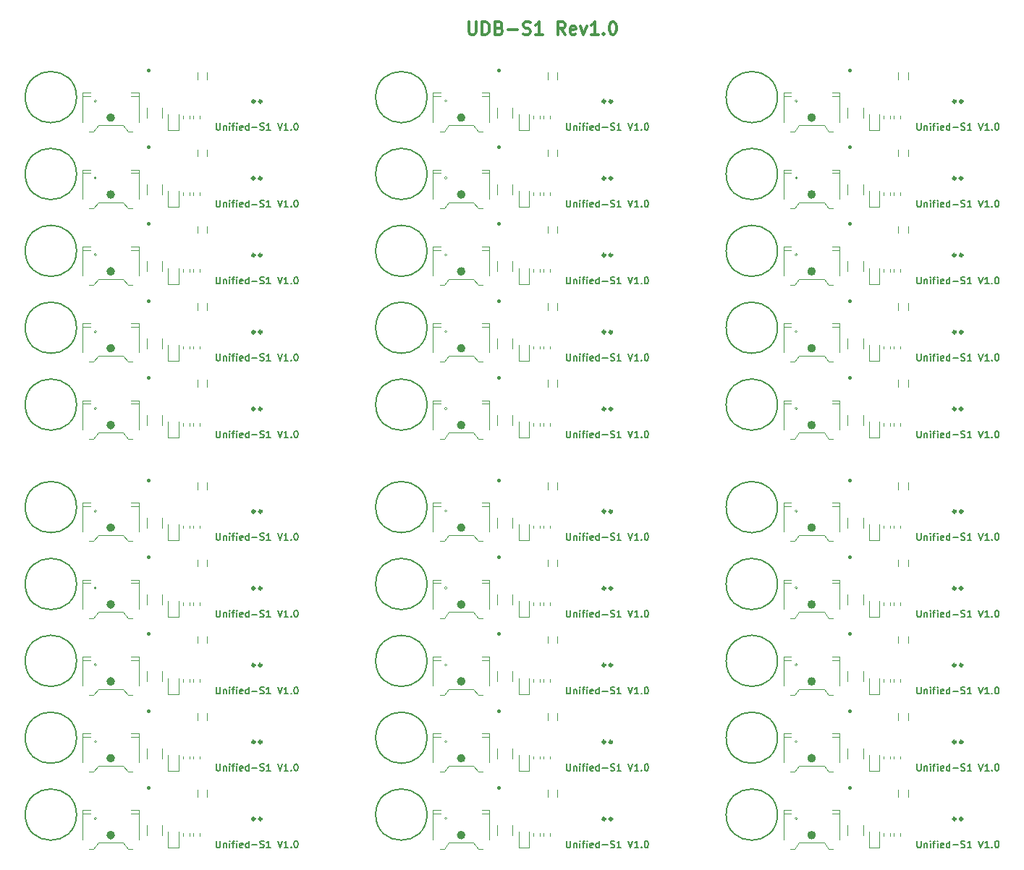
<source format=gto>
G04 #@! TF.GenerationSoftware,KiCad,Pcbnew,(6.0.11)*
G04 #@! TF.CreationDate,2023-02-11T18:44:03+01:00*
G04 #@! TF.ProjectId,udb-s-panel,7564622d-732d-4706-916e-656c2e6b6963,rev?*
G04 #@! TF.SameCoordinates,Original*
G04 #@! TF.FileFunction,Legend,Top*
G04 #@! TF.FilePolarity,Positive*
%FSLAX46Y46*%
G04 Gerber Fmt 4.6, Leading zero omitted, Abs format (unit mm)*
G04 Created by KiCad (PCBNEW (6.0.11)) date 2023-02-11 18:44:03*
%MOMM*%
%LPD*%
G01*
G04 APERTURE LIST*
%ADD10C,0.200000*%
%ADD11C,0.500000*%
%ADD12C,0.300000*%
%ADD13C,0.120000*%
%ADD14C,0.400000*%
G04 APERTURE END LIST*
D10*
X12498602Y94500019D02*
G75*
G03*
X12498602Y94500019I-3000000J0D01*
G01*
X53498603Y94500019D02*
G75*
G03*
X53498603Y94500019I-3000000J0D01*
G01*
X94498604Y94500019D02*
G75*
G03*
X94498604Y94500019I-3000000J0D01*
G01*
X12498602Y85500017D02*
G75*
G03*
X12498602Y85500017I-3000000J0D01*
G01*
X53498603Y85500017D02*
G75*
G03*
X53498603Y85500017I-3000000J0D01*
G01*
X94498604Y85500017D02*
G75*
G03*
X94498604Y85500017I-3000000J0D01*
G01*
X12498602Y76500015D02*
G75*
G03*
X12498602Y76500015I-3000000J0D01*
G01*
X53498603Y76500015D02*
G75*
G03*
X53498603Y76500015I-3000000J0D01*
G01*
X94498604Y76500015D02*
G75*
G03*
X94498604Y76500015I-3000000J0D01*
G01*
X12498602Y67500013D02*
G75*
G03*
X12498602Y67500013I-3000000J0D01*
G01*
X53498603Y67500013D02*
G75*
G03*
X53498603Y67500013I-3000000J0D01*
G01*
X94498604Y67500013D02*
G75*
G03*
X94498604Y67500013I-3000000J0D01*
G01*
X12498602Y58500011D02*
G75*
G03*
X12498602Y58500011I-3000000J0D01*
G01*
X53498603Y58500011D02*
G75*
G03*
X53498603Y58500011I-3000000J0D01*
G01*
X94498604Y58500011D02*
G75*
G03*
X94498604Y58500011I-3000000J0D01*
G01*
X12498602Y46500009D02*
G75*
G03*
X12498602Y46500009I-3000000J0D01*
G01*
X53498603Y46500009D02*
G75*
G03*
X53498603Y46500009I-3000000J0D01*
G01*
X94498604Y46500009D02*
G75*
G03*
X94498604Y46500009I-3000000J0D01*
G01*
X12498602Y37500007D02*
G75*
G03*
X12498602Y37500007I-3000000J0D01*
G01*
X53498603Y37500007D02*
G75*
G03*
X53498603Y37500007I-3000000J0D01*
G01*
X94498604Y37500007D02*
G75*
G03*
X94498604Y37500007I-3000000J0D01*
G01*
X12498602Y28500005D02*
G75*
G03*
X12498602Y28500005I-3000000J0D01*
G01*
X53498603Y28500005D02*
G75*
G03*
X53498603Y28500005I-3000000J0D01*
G01*
X94498604Y28500005D02*
G75*
G03*
X94498604Y28500005I-3000000J0D01*
G01*
X12498602Y19500003D02*
G75*
G03*
X12498602Y19500003I-3000000J0D01*
G01*
X53498603Y19500003D02*
G75*
G03*
X53498603Y19500003I-3000000J0D01*
G01*
X94498604Y19500003D02*
G75*
G03*
X94498604Y19500003I-3000000J0D01*
G01*
X12498602Y10500001D02*
G75*
G03*
X12498602Y10500001I-3000000J0D01*
G01*
X53498603Y10500001D02*
G75*
G03*
X53498603Y10500001I-3000000J0D01*
G01*
X94498604Y10500001D02*
G75*
G03*
X94498604Y10500001I-3000000J0D01*
G01*
D11*
X16748602Y92100019D02*
G75*
G03*
X16748602Y92100019I-250000J0D01*
G01*
X57748603Y92100019D02*
G75*
G03*
X57748603Y92100019I-250000J0D01*
G01*
X98748604Y92100019D02*
G75*
G03*
X98748604Y92100019I-250000J0D01*
G01*
X16748602Y83100017D02*
G75*
G03*
X16748602Y83100017I-250000J0D01*
G01*
X57748603Y83100017D02*
G75*
G03*
X57748603Y83100017I-250000J0D01*
G01*
X98748604Y83100017D02*
G75*
G03*
X98748604Y83100017I-250000J0D01*
G01*
X16748602Y74100015D02*
G75*
G03*
X16748602Y74100015I-250000J0D01*
G01*
X57748603Y74100015D02*
G75*
G03*
X57748603Y74100015I-250000J0D01*
G01*
X98748604Y74100015D02*
G75*
G03*
X98748604Y74100015I-250000J0D01*
G01*
X16748602Y65100013D02*
G75*
G03*
X16748602Y65100013I-250000J0D01*
G01*
X57748603Y65100013D02*
G75*
G03*
X57748603Y65100013I-250000J0D01*
G01*
X98748604Y65100013D02*
G75*
G03*
X98748604Y65100013I-250000J0D01*
G01*
X16748602Y56100011D02*
G75*
G03*
X16748602Y56100011I-250000J0D01*
G01*
X57748603Y56100011D02*
G75*
G03*
X57748603Y56100011I-250000J0D01*
G01*
X98748604Y56100011D02*
G75*
G03*
X98748604Y56100011I-250000J0D01*
G01*
X16748602Y44100009D02*
G75*
G03*
X16748602Y44100009I-250000J0D01*
G01*
X57748603Y44100009D02*
G75*
G03*
X57748603Y44100009I-250000J0D01*
G01*
X98748604Y44100009D02*
G75*
G03*
X98748604Y44100009I-250000J0D01*
G01*
X16748602Y35100007D02*
G75*
G03*
X16748602Y35100007I-250000J0D01*
G01*
X57748603Y35100007D02*
G75*
G03*
X57748603Y35100007I-250000J0D01*
G01*
X98748604Y35100007D02*
G75*
G03*
X98748604Y35100007I-250000J0D01*
G01*
X16748602Y26100005D02*
G75*
G03*
X16748602Y26100005I-250000J0D01*
G01*
X57748603Y26100005D02*
G75*
G03*
X57748603Y26100005I-250000J0D01*
G01*
X98748604Y26100005D02*
G75*
G03*
X98748604Y26100005I-250000J0D01*
G01*
X16748602Y17100003D02*
G75*
G03*
X16748602Y17100003I-250000J0D01*
G01*
X57748603Y17100003D02*
G75*
G03*
X57748603Y17100003I-250000J0D01*
G01*
X98748604Y17100003D02*
G75*
G03*
X98748604Y17100003I-250000J0D01*
G01*
X16748602Y8100001D02*
G75*
G03*
X16748602Y8100001I-250000J0D01*
G01*
X57748603Y8100001D02*
G75*
G03*
X57748603Y8100001I-250000J0D01*
G01*
X98748604Y8100001D02*
G75*
G03*
X98748604Y8100001I-250000J0D01*
G01*
D12*
X116148604Y28000005D02*
G75*
G03*
X116148604Y28000005I-150000J0D01*
G01*
X34148602Y94000019D02*
G75*
G03*
X34148602Y94000019I-150000J0D01*
G01*
X75148603Y94000019D02*
G75*
G03*
X75148603Y94000019I-150000J0D01*
G01*
X116148604Y94000019D02*
G75*
G03*
X116148604Y94000019I-150000J0D01*
G01*
X34148602Y85000017D02*
G75*
G03*
X34148602Y85000017I-150000J0D01*
G01*
X75148603Y85000017D02*
G75*
G03*
X75148603Y85000017I-150000J0D01*
G01*
X116148604Y85000017D02*
G75*
G03*
X116148604Y85000017I-150000J0D01*
G01*
X34148602Y76000015D02*
G75*
G03*
X34148602Y76000015I-150000J0D01*
G01*
X75148603Y76000015D02*
G75*
G03*
X75148603Y76000015I-150000J0D01*
G01*
X116148604Y76000015D02*
G75*
G03*
X116148604Y76000015I-150000J0D01*
G01*
X34148602Y67000013D02*
G75*
G03*
X34148602Y67000013I-150000J0D01*
G01*
X75148603Y67000013D02*
G75*
G03*
X75148603Y67000013I-150000J0D01*
G01*
X116148604Y67000013D02*
G75*
G03*
X116148604Y67000013I-150000J0D01*
G01*
X34148602Y58000011D02*
G75*
G03*
X34148602Y58000011I-150000J0D01*
G01*
X75148603Y58000011D02*
G75*
G03*
X75148603Y58000011I-150000J0D01*
G01*
X116148604Y58000011D02*
G75*
G03*
X116148604Y58000011I-150000J0D01*
G01*
X34148602Y46000009D02*
G75*
G03*
X34148602Y46000009I-150000J0D01*
G01*
X75148603Y46000009D02*
G75*
G03*
X75148603Y46000009I-150000J0D01*
G01*
X116148604Y46000009D02*
G75*
G03*
X116148604Y46000009I-150000J0D01*
G01*
X34148602Y37000007D02*
G75*
G03*
X34148602Y37000007I-150000J0D01*
G01*
X75148603Y37000007D02*
G75*
G03*
X75148603Y37000007I-150000J0D01*
G01*
X116148604Y37000007D02*
G75*
G03*
X116148604Y37000007I-150000J0D01*
G01*
X34148602Y28000005D02*
G75*
G03*
X34148602Y28000005I-150000J0D01*
G01*
X75148603Y28000005D02*
G75*
G03*
X75148603Y28000005I-150000J0D01*
G01*
X34148602Y19000003D02*
G75*
G03*
X34148602Y19000003I-150000J0D01*
G01*
X75148603Y19000003D02*
G75*
G03*
X75148603Y19000003I-150000J0D01*
G01*
X116148604Y19000003D02*
G75*
G03*
X116148604Y19000003I-150000J0D01*
G01*
X34148602Y10000001D02*
G75*
G03*
X34148602Y10000001I-150000J0D01*
G01*
X75148603Y10000001D02*
G75*
G03*
X75148603Y10000001I-150000J0D01*
G01*
X116148604Y10000001D02*
G75*
G03*
X116148604Y10000001I-150000J0D01*
G01*
X33348602Y94000019D02*
G75*
G03*
X33348602Y94000019I-150000J0D01*
G01*
X74348603Y94000019D02*
G75*
G03*
X74348603Y94000019I-150000J0D01*
G01*
X115348604Y94000019D02*
G75*
G03*
X115348604Y94000019I-150000J0D01*
G01*
X33348602Y85000017D02*
G75*
G03*
X33348602Y85000017I-150000J0D01*
G01*
X74348603Y85000017D02*
G75*
G03*
X74348603Y85000017I-150000J0D01*
G01*
X115348604Y85000017D02*
G75*
G03*
X115348604Y85000017I-150000J0D01*
G01*
X33348602Y76000015D02*
G75*
G03*
X33348602Y76000015I-150000J0D01*
G01*
X74348603Y76000015D02*
G75*
G03*
X74348603Y76000015I-150000J0D01*
G01*
X115348604Y76000015D02*
G75*
G03*
X115348604Y76000015I-150000J0D01*
G01*
X33348602Y67000013D02*
G75*
G03*
X33348602Y67000013I-150000J0D01*
G01*
X74348603Y67000013D02*
G75*
G03*
X74348603Y67000013I-150000J0D01*
G01*
X115348604Y67000013D02*
G75*
G03*
X115348604Y67000013I-150000J0D01*
G01*
X33348602Y58000011D02*
G75*
G03*
X33348602Y58000011I-150000J0D01*
G01*
X74348603Y58000011D02*
G75*
G03*
X74348603Y58000011I-150000J0D01*
G01*
X115348604Y58000011D02*
G75*
G03*
X115348604Y58000011I-150000J0D01*
G01*
X33348602Y46000009D02*
G75*
G03*
X33348602Y46000009I-150000J0D01*
G01*
X74348603Y46000009D02*
G75*
G03*
X74348603Y46000009I-150000J0D01*
G01*
X115348604Y46000009D02*
G75*
G03*
X115348604Y46000009I-150000J0D01*
G01*
X33348602Y37000007D02*
G75*
G03*
X33348602Y37000007I-150000J0D01*
G01*
X74348603Y37000007D02*
G75*
G03*
X74348603Y37000007I-150000J0D01*
G01*
X115348604Y37000007D02*
G75*
G03*
X115348604Y37000007I-150000J0D01*
G01*
X33348602Y28000005D02*
G75*
G03*
X33348602Y28000005I-150000J0D01*
G01*
X74348603Y28000005D02*
G75*
G03*
X74348603Y28000005I-150000J0D01*
G01*
X115348604Y28000005D02*
G75*
G03*
X115348604Y28000005I-150000J0D01*
G01*
X33348602Y19000003D02*
G75*
G03*
X33348602Y19000003I-150000J0D01*
G01*
X74348603Y19000003D02*
G75*
G03*
X74348603Y19000003I-150000J0D01*
G01*
X115348604Y19000003D02*
G75*
G03*
X115348604Y19000003I-150000J0D01*
G01*
X33348602Y10000001D02*
G75*
G03*
X33348602Y10000001I-150000J0D01*
G01*
X74348603Y10000001D02*
G75*
G03*
X74348603Y10000001I-150000J0D01*
G01*
X115348604Y10000001D02*
G75*
G03*
X115348604Y10000001I-150000J0D01*
G01*
X58391459Y103321449D02*
X58391459Y102107163D01*
X58462887Y101964306D01*
X58534316Y101892878D01*
X58677173Y101821449D01*
X58962887Y101821449D01*
X59105744Y101892878D01*
X59177173Y101964306D01*
X59248601Y102107163D01*
X59248601Y103321449D01*
X59962887Y101821449D02*
X59962887Y103321449D01*
X60320030Y103321449D01*
X60534316Y103250020D01*
X60677173Y103107163D01*
X60748601Y102964306D01*
X60820030Y102678592D01*
X60820030Y102464306D01*
X60748601Y102178592D01*
X60677173Y102035735D01*
X60534316Y101892878D01*
X60320030Y101821449D01*
X59962887Y101821449D01*
X61962887Y102607163D02*
X62177173Y102535735D01*
X62248601Y102464306D01*
X62320030Y102321449D01*
X62320030Y102107163D01*
X62248601Y101964306D01*
X62177173Y101892878D01*
X62034316Y101821449D01*
X61462887Y101821449D01*
X61462887Y103321449D01*
X61962887Y103321449D01*
X62105744Y103250020D01*
X62177173Y103178592D01*
X62248601Y103035735D01*
X62248601Y102892878D01*
X62177173Y102750020D01*
X62105744Y102678592D01*
X61962887Y102607163D01*
X61462887Y102607163D01*
X62962887Y102392878D02*
X64105744Y102392878D01*
X64748601Y101892878D02*
X64962887Y101821449D01*
X65320030Y101821449D01*
X65462887Y101892878D01*
X65534316Y101964306D01*
X65605744Y102107163D01*
X65605744Y102250020D01*
X65534316Y102392878D01*
X65462887Y102464306D01*
X65320030Y102535735D01*
X65034316Y102607163D01*
X64891459Y102678592D01*
X64820030Y102750020D01*
X64748601Y102892878D01*
X64748601Y103035735D01*
X64820030Y103178592D01*
X64891459Y103250020D01*
X65034316Y103321449D01*
X65391459Y103321449D01*
X65605744Y103250020D01*
X67034316Y101821449D02*
X66177173Y101821449D01*
X66605744Y101821449D02*
X66605744Y103321449D01*
X66462887Y103107163D01*
X66320030Y102964306D01*
X66177173Y102892878D01*
X69677173Y101821449D02*
X69177173Y102535735D01*
X68820030Y101821449D02*
X68820030Y103321449D01*
X69391459Y103321449D01*
X69534316Y103250020D01*
X69605744Y103178592D01*
X69677173Y103035735D01*
X69677173Y102821449D01*
X69605744Y102678592D01*
X69534316Y102607163D01*
X69391459Y102535735D01*
X68820030Y102535735D01*
X70891459Y101892878D02*
X70748601Y101821449D01*
X70462887Y101821449D01*
X70320030Y101892878D01*
X70248601Y102035735D01*
X70248601Y102607163D01*
X70320030Y102750020D01*
X70462887Y102821449D01*
X70748601Y102821449D01*
X70891459Y102750020D01*
X70962887Y102607163D01*
X70962887Y102464306D01*
X70248601Y102321449D01*
X71462887Y102821449D02*
X71820030Y101821449D01*
X72177173Y102821449D01*
X73534316Y101821449D02*
X72677173Y101821449D01*
X73105744Y101821449D02*
X73105744Y103321449D01*
X72962887Y103107163D01*
X72820030Y102964306D01*
X72677173Y102892878D01*
X74177173Y101964306D02*
X74248602Y101892878D01*
X74177173Y101821449D01*
X74105744Y101892878D01*
X74177173Y101964306D01*
X74177173Y101821449D01*
X75177173Y103321449D02*
X75320030Y103321449D01*
X75462887Y103250020D01*
X75534316Y103178592D01*
X75605744Y103035735D01*
X75677173Y102750020D01*
X75677173Y102392878D01*
X75605744Y102107163D01*
X75534316Y101964306D01*
X75462887Y101892878D01*
X75320030Y101821449D01*
X75177173Y101821449D01*
X75034316Y101892878D01*
X74962887Y101964306D01*
X74891459Y102107163D01*
X74820030Y102392878D01*
X74820030Y102750020D01*
X74891459Y103035735D01*
X74962887Y103178592D01*
X75034316Y103250020D01*
X75177173Y103321449D01*
D10*
X28836697Y91438115D02*
X28836697Y90790496D01*
X28874792Y90714305D01*
X28912887Y90676210D01*
X28989078Y90638115D01*
X29141459Y90638115D01*
X29217649Y90676210D01*
X29255744Y90714305D01*
X29293840Y90790496D01*
X29293840Y91438115D01*
X29674792Y91171448D02*
X29674792Y90638115D01*
X29674792Y91095258D02*
X29712887Y91133353D01*
X29789078Y91171448D01*
X29903363Y91171448D01*
X29979554Y91133353D01*
X30017649Y91057162D01*
X30017649Y90638115D01*
X30398602Y90638115D02*
X30398602Y91171448D01*
X30398602Y91438115D02*
X30360506Y91400019D01*
X30398602Y91361924D01*
X30436697Y91400019D01*
X30398602Y91438115D01*
X30398602Y91361924D01*
X30665268Y91171448D02*
X30970030Y91171448D01*
X30779554Y90638115D02*
X30779554Y91323829D01*
X30817649Y91400019D01*
X30893840Y91438115D01*
X30970030Y91438115D01*
X31236697Y90638115D02*
X31236697Y91171448D01*
X31236697Y91438115D02*
X31198602Y91400019D01*
X31236697Y91361924D01*
X31274792Y91400019D01*
X31236697Y91438115D01*
X31236697Y91361924D01*
X31922411Y90676210D02*
X31846221Y90638115D01*
X31693840Y90638115D01*
X31617649Y90676210D01*
X31579554Y90752400D01*
X31579554Y91057162D01*
X31617649Y91133353D01*
X31693840Y91171448D01*
X31846221Y91171448D01*
X31922411Y91133353D01*
X31960506Y91057162D01*
X31960506Y90980972D01*
X31579554Y90904781D01*
X32646221Y90638115D02*
X32646221Y91438115D01*
X32646221Y90676210D02*
X32570030Y90638115D01*
X32417649Y90638115D01*
X32341459Y90676210D01*
X32303363Y90714305D01*
X32265268Y90790496D01*
X32265268Y91019067D01*
X32303363Y91095258D01*
X32341459Y91133353D01*
X32417649Y91171448D01*
X32570030Y91171448D01*
X32646221Y91133353D01*
X33027173Y90942877D02*
X33636697Y90942877D01*
X33979554Y90676210D02*
X34093840Y90638115D01*
X34284316Y90638115D01*
X34360506Y90676210D01*
X34398602Y90714305D01*
X34436697Y90790496D01*
X34436697Y90866686D01*
X34398602Y90942877D01*
X34360506Y90980972D01*
X34284316Y91019067D01*
X34131935Y91057162D01*
X34055744Y91095258D01*
X34017649Y91133353D01*
X33979554Y91209543D01*
X33979554Y91285734D01*
X34017649Y91361924D01*
X34055744Y91400019D01*
X34131935Y91438115D01*
X34322411Y91438115D01*
X34436697Y91400019D01*
X35198602Y90638115D02*
X34741459Y90638115D01*
X34970030Y90638115D02*
X34970030Y91438115D01*
X34893840Y91323829D01*
X34817649Y91247639D01*
X34741459Y91209543D01*
X36036697Y91438115D02*
X36303363Y90638115D01*
X36570030Y91438115D01*
X37255744Y90638115D02*
X36798602Y90638115D01*
X37027173Y90638115D02*
X37027173Y91438115D01*
X36950982Y91323829D01*
X36874792Y91247639D01*
X36798602Y91209543D01*
X37598602Y90714305D02*
X37636697Y90676210D01*
X37598602Y90638115D01*
X37560506Y90676210D01*
X37598602Y90714305D01*
X37598602Y90638115D01*
X38131935Y91438115D02*
X38208125Y91438115D01*
X38284316Y91400019D01*
X38322411Y91361924D01*
X38360506Y91285734D01*
X38398602Y91133353D01*
X38398602Y90942877D01*
X38360506Y90790496D01*
X38322411Y90714305D01*
X38284316Y90676210D01*
X38208125Y90638115D01*
X38131935Y90638115D01*
X38055744Y90676210D01*
X38017649Y90714305D01*
X37979554Y90790496D01*
X37941459Y90942877D01*
X37941459Y91133353D01*
X37979554Y91285734D01*
X38017649Y91361924D01*
X38055744Y91400019D01*
X38131935Y91438115D01*
X69836698Y91438115D02*
X69836698Y90790496D01*
X69874793Y90714305D01*
X69912888Y90676210D01*
X69989079Y90638115D01*
X70141460Y90638115D01*
X70217650Y90676210D01*
X70255745Y90714305D01*
X70293841Y90790496D01*
X70293841Y91438115D01*
X70674793Y91171448D02*
X70674793Y90638115D01*
X70674793Y91095258D02*
X70712888Y91133353D01*
X70789079Y91171448D01*
X70903364Y91171448D01*
X70979555Y91133353D01*
X71017650Y91057162D01*
X71017650Y90638115D01*
X71398603Y90638115D02*
X71398603Y91171448D01*
X71398603Y91438115D02*
X71360507Y91400019D01*
X71398603Y91361924D01*
X71436698Y91400019D01*
X71398603Y91438115D01*
X71398603Y91361924D01*
X71665269Y91171448D02*
X71970031Y91171448D01*
X71779555Y90638115D02*
X71779555Y91323829D01*
X71817650Y91400019D01*
X71893841Y91438115D01*
X71970031Y91438115D01*
X72236698Y90638115D02*
X72236698Y91171448D01*
X72236698Y91438115D02*
X72198603Y91400019D01*
X72236698Y91361924D01*
X72274793Y91400019D01*
X72236698Y91438115D01*
X72236698Y91361924D01*
X72922412Y90676210D02*
X72846222Y90638115D01*
X72693841Y90638115D01*
X72617650Y90676210D01*
X72579555Y90752400D01*
X72579555Y91057162D01*
X72617650Y91133353D01*
X72693841Y91171448D01*
X72846222Y91171448D01*
X72922412Y91133353D01*
X72960507Y91057162D01*
X72960507Y90980972D01*
X72579555Y90904781D01*
X73646222Y90638115D02*
X73646222Y91438115D01*
X73646222Y90676210D02*
X73570031Y90638115D01*
X73417650Y90638115D01*
X73341460Y90676210D01*
X73303364Y90714305D01*
X73265269Y90790496D01*
X73265269Y91019067D01*
X73303364Y91095258D01*
X73341460Y91133353D01*
X73417650Y91171448D01*
X73570031Y91171448D01*
X73646222Y91133353D01*
X74027174Y90942877D02*
X74636698Y90942877D01*
X74979555Y90676210D02*
X75093841Y90638115D01*
X75284317Y90638115D01*
X75360507Y90676210D01*
X75398603Y90714305D01*
X75436698Y90790496D01*
X75436698Y90866686D01*
X75398603Y90942877D01*
X75360507Y90980972D01*
X75284317Y91019067D01*
X75131936Y91057162D01*
X75055745Y91095258D01*
X75017650Y91133353D01*
X74979555Y91209543D01*
X74979555Y91285734D01*
X75017650Y91361924D01*
X75055745Y91400019D01*
X75131936Y91438115D01*
X75322412Y91438115D01*
X75436698Y91400019D01*
X76198603Y90638115D02*
X75741460Y90638115D01*
X75970031Y90638115D02*
X75970031Y91438115D01*
X75893841Y91323829D01*
X75817650Y91247639D01*
X75741460Y91209543D01*
X77036698Y91438115D02*
X77303364Y90638115D01*
X77570031Y91438115D01*
X78255745Y90638115D02*
X77798603Y90638115D01*
X78027174Y90638115D02*
X78027174Y91438115D01*
X77950983Y91323829D01*
X77874793Y91247639D01*
X77798603Y91209543D01*
X78598603Y90714305D02*
X78636698Y90676210D01*
X78598603Y90638115D01*
X78560507Y90676210D01*
X78598603Y90714305D01*
X78598603Y90638115D01*
X79131936Y91438115D02*
X79208126Y91438115D01*
X79284317Y91400019D01*
X79322412Y91361924D01*
X79360507Y91285734D01*
X79398603Y91133353D01*
X79398603Y90942877D01*
X79360507Y90790496D01*
X79322412Y90714305D01*
X79284317Y90676210D01*
X79208126Y90638115D01*
X79131936Y90638115D01*
X79055745Y90676210D01*
X79017650Y90714305D01*
X78979555Y90790496D01*
X78941460Y90942877D01*
X78941460Y91133353D01*
X78979555Y91285734D01*
X79017650Y91361924D01*
X79055745Y91400019D01*
X79131936Y91438115D01*
X110836699Y91438115D02*
X110836699Y90790496D01*
X110874794Y90714305D01*
X110912889Y90676210D01*
X110989080Y90638115D01*
X111141461Y90638115D01*
X111217651Y90676210D01*
X111255746Y90714305D01*
X111293842Y90790496D01*
X111293842Y91438115D01*
X111674794Y91171448D02*
X111674794Y90638115D01*
X111674794Y91095258D02*
X111712889Y91133353D01*
X111789080Y91171448D01*
X111903365Y91171448D01*
X111979556Y91133353D01*
X112017651Y91057162D01*
X112017651Y90638115D01*
X112398604Y90638115D02*
X112398604Y91171448D01*
X112398604Y91438115D02*
X112360508Y91400019D01*
X112398604Y91361924D01*
X112436699Y91400019D01*
X112398604Y91438115D01*
X112398604Y91361924D01*
X112665270Y91171448D02*
X112970032Y91171448D01*
X112779556Y90638115D02*
X112779556Y91323829D01*
X112817651Y91400019D01*
X112893842Y91438115D01*
X112970032Y91438115D01*
X113236699Y90638115D02*
X113236699Y91171448D01*
X113236699Y91438115D02*
X113198604Y91400019D01*
X113236699Y91361924D01*
X113274794Y91400019D01*
X113236699Y91438115D01*
X113236699Y91361924D01*
X113922413Y90676210D02*
X113846223Y90638115D01*
X113693842Y90638115D01*
X113617651Y90676210D01*
X113579556Y90752400D01*
X113579556Y91057162D01*
X113617651Y91133353D01*
X113693842Y91171448D01*
X113846223Y91171448D01*
X113922413Y91133353D01*
X113960508Y91057162D01*
X113960508Y90980972D01*
X113579556Y90904781D01*
X114646223Y90638115D02*
X114646223Y91438115D01*
X114646223Y90676210D02*
X114570032Y90638115D01*
X114417651Y90638115D01*
X114341461Y90676210D01*
X114303365Y90714305D01*
X114265270Y90790496D01*
X114265270Y91019067D01*
X114303365Y91095258D01*
X114341461Y91133353D01*
X114417651Y91171448D01*
X114570032Y91171448D01*
X114646223Y91133353D01*
X115027175Y90942877D02*
X115636699Y90942877D01*
X115979556Y90676210D02*
X116093842Y90638115D01*
X116284318Y90638115D01*
X116360508Y90676210D01*
X116398604Y90714305D01*
X116436699Y90790496D01*
X116436699Y90866686D01*
X116398604Y90942877D01*
X116360508Y90980972D01*
X116284318Y91019067D01*
X116131937Y91057162D01*
X116055746Y91095258D01*
X116017651Y91133353D01*
X115979556Y91209543D01*
X115979556Y91285734D01*
X116017651Y91361924D01*
X116055746Y91400019D01*
X116131937Y91438115D01*
X116322413Y91438115D01*
X116436699Y91400019D01*
X117198604Y90638115D02*
X116741461Y90638115D01*
X116970032Y90638115D02*
X116970032Y91438115D01*
X116893842Y91323829D01*
X116817651Y91247639D01*
X116741461Y91209543D01*
X118036699Y91438115D02*
X118303365Y90638115D01*
X118570032Y91438115D01*
X119255746Y90638115D02*
X118798604Y90638115D01*
X119027175Y90638115D02*
X119027175Y91438115D01*
X118950984Y91323829D01*
X118874794Y91247639D01*
X118798604Y91209543D01*
X119598604Y90714305D02*
X119636699Y90676210D01*
X119598604Y90638115D01*
X119560508Y90676210D01*
X119598604Y90714305D01*
X119598604Y90638115D01*
X120131937Y91438115D02*
X120208127Y91438115D01*
X120284318Y91400019D01*
X120322413Y91361924D01*
X120360508Y91285734D01*
X120398604Y91133353D01*
X120398604Y90942877D01*
X120360508Y90790496D01*
X120322413Y90714305D01*
X120284318Y90676210D01*
X120208127Y90638115D01*
X120131937Y90638115D01*
X120055746Y90676210D01*
X120017651Y90714305D01*
X119979556Y90790496D01*
X119941461Y90942877D01*
X119941461Y91133353D01*
X119979556Y91285734D01*
X120017651Y91361924D01*
X120055746Y91400019D01*
X120131937Y91438115D01*
X28836697Y82438113D02*
X28836697Y81790494D01*
X28874792Y81714303D01*
X28912887Y81676208D01*
X28989078Y81638113D01*
X29141459Y81638113D01*
X29217649Y81676208D01*
X29255744Y81714303D01*
X29293840Y81790494D01*
X29293840Y82438113D01*
X29674792Y82171446D02*
X29674792Y81638113D01*
X29674792Y82095256D02*
X29712887Y82133351D01*
X29789078Y82171446D01*
X29903363Y82171446D01*
X29979554Y82133351D01*
X30017649Y82057160D01*
X30017649Y81638113D01*
X30398602Y81638113D02*
X30398602Y82171446D01*
X30398602Y82438113D02*
X30360506Y82400017D01*
X30398602Y82361922D01*
X30436697Y82400017D01*
X30398602Y82438113D01*
X30398602Y82361922D01*
X30665268Y82171446D02*
X30970030Y82171446D01*
X30779554Y81638113D02*
X30779554Y82323827D01*
X30817649Y82400017D01*
X30893840Y82438113D01*
X30970030Y82438113D01*
X31236697Y81638113D02*
X31236697Y82171446D01*
X31236697Y82438113D02*
X31198602Y82400017D01*
X31236697Y82361922D01*
X31274792Y82400017D01*
X31236697Y82438113D01*
X31236697Y82361922D01*
X31922411Y81676208D02*
X31846221Y81638113D01*
X31693840Y81638113D01*
X31617649Y81676208D01*
X31579554Y81752398D01*
X31579554Y82057160D01*
X31617649Y82133351D01*
X31693840Y82171446D01*
X31846221Y82171446D01*
X31922411Y82133351D01*
X31960506Y82057160D01*
X31960506Y81980970D01*
X31579554Y81904779D01*
X32646221Y81638113D02*
X32646221Y82438113D01*
X32646221Y81676208D02*
X32570030Y81638113D01*
X32417649Y81638113D01*
X32341459Y81676208D01*
X32303363Y81714303D01*
X32265268Y81790494D01*
X32265268Y82019065D01*
X32303363Y82095256D01*
X32341459Y82133351D01*
X32417649Y82171446D01*
X32570030Y82171446D01*
X32646221Y82133351D01*
X33027173Y81942875D02*
X33636697Y81942875D01*
X33979554Y81676208D02*
X34093840Y81638113D01*
X34284316Y81638113D01*
X34360506Y81676208D01*
X34398602Y81714303D01*
X34436697Y81790494D01*
X34436697Y81866684D01*
X34398602Y81942875D01*
X34360506Y81980970D01*
X34284316Y82019065D01*
X34131935Y82057160D01*
X34055744Y82095256D01*
X34017649Y82133351D01*
X33979554Y82209541D01*
X33979554Y82285732D01*
X34017649Y82361922D01*
X34055744Y82400017D01*
X34131935Y82438113D01*
X34322411Y82438113D01*
X34436697Y82400017D01*
X35198602Y81638113D02*
X34741459Y81638113D01*
X34970030Y81638113D02*
X34970030Y82438113D01*
X34893840Y82323827D01*
X34817649Y82247637D01*
X34741459Y82209541D01*
X36036697Y82438113D02*
X36303363Y81638113D01*
X36570030Y82438113D01*
X37255744Y81638113D02*
X36798602Y81638113D01*
X37027173Y81638113D02*
X37027173Y82438113D01*
X36950982Y82323827D01*
X36874792Y82247637D01*
X36798602Y82209541D01*
X37598602Y81714303D02*
X37636697Y81676208D01*
X37598602Y81638113D01*
X37560506Y81676208D01*
X37598602Y81714303D01*
X37598602Y81638113D01*
X38131935Y82438113D02*
X38208125Y82438113D01*
X38284316Y82400017D01*
X38322411Y82361922D01*
X38360506Y82285732D01*
X38398602Y82133351D01*
X38398602Y81942875D01*
X38360506Y81790494D01*
X38322411Y81714303D01*
X38284316Y81676208D01*
X38208125Y81638113D01*
X38131935Y81638113D01*
X38055744Y81676208D01*
X38017649Y81714303D01*
X37979554Y81790494D01*
X37941459Y81942875D01*
X37941459Y82133351D01*
X37979554Y82285732D01*
X38017649Y82361922D01*
X38055744Y82400017D01*
X38131935Y82438113D01*
X69836698Y82438113D02*
X69836698Y81790494D01*
X69874793Y81714303D01*
X69912888Y81676208D01*
X69989079Y81638113D01*
X70141460Y81638113D01*
X70217650Y81676208D01*
X70255745Y81714303D01*
X70293841Y81790494D01*
X70293841Y82438113D01*
X70674793Y82171446D02*
X70674793Y81638113D01*
X70674793Y82095256D02*
X70712888Y82133351D01*
X70789079Y82171446D01*
X70903364Y82171446D01*
X70979555Y82133351D01*
X71017650Y82057160D01*
X71017650Y81638113D01*
X71398603Y81638113D02*
X71398603Y82171446D01*
X71398603Y82438113D02*
X71360507Y82400017D01*
X71398603Y82361922D01*
X71436698Y82400017D01*
X71398603Y82438113D01*
X71398603Y82361922D01*
X71665269Y82171446D02*
X71970031Y82171446D01*
X71779555Y81638113D02*
X71779555Y82323827D01*
X71817650Y82400017D01*
X71893841Y82438113D01*
X71970031Y82438113D01*
X72236698Y81638113D02*
X72236698Y82171446D01*
X72236698Y82438113D02*
X72198603Y82400017D01*
X72236698Y82361922D01*
X72274793Y82400017D01*
X72236698Y82438113D01*
X72236698Y82361922D01*
X72922412Y81676208D02*
X72846222Y81638113D01*
X72693841Y81638113D01*
X72617650Y81676208D01*
X72579555Y81752398D01*
X72579555Y82057160D01*
X72617650Y82133351D01*
X72693841Y82171446D01*
X72846222Y82171446D01*
X72922412Y82133351D01*
X72960507Y82057160D01*
X72960507Y81980970D01*
X72579555Y81904779D01*
X73646222Y81638113D02*
X73646222Y82438113D01*
X73646222Y81676208D02*
X73570031Y81638113D01*
X73417650Y81638113D01*
X73341460Y81676208D01*
X73303364Y81714303D01*
X73265269Y81790494D01*
X73265269Y82019065D01*
X73303364Y82095256D01*
X73341460Y82133351D01*
X73417650Y82171446D01*
X73570031Y82171446D01*
X73646222Y82133351D01*
X74027174Y81942875D02*
X74636698Y81942875D01*
X74979555Y81676208D02*
X75093841Y81638113D01*
X75284317Y81638113D01*
X75360507Y81676208D01*
X75398603Y81714303D01*
X75436698Y81790494D01*
X75436698Y81866684D01*
X75398603Y81942875D01*
X75360507Y81980970D01*
X75284317Y82019065D01*
X75131936Y82057160D01*
X75055745Y82095256D01*
X75017650Y82133351D01*
X74979555Y82209541D01*
X74979555Y82285732D01*
X75017650Y82361922D01*
X75055745Y82400017D01*
X75131936Y82438113D01*
X75322412Y82438113D01*
X75436698Y82400017D01*
X76198603Y81638113D02*
X75741460Y81638113D01*
X75970031Y81638113D02*
X75970031Y82438113D01*
X75893841Y82323827D01*
X75817650Y82247637D01*
X75741460Y82209541D01*
X77036698Y82438113D02*
X77303364Y81638113D01*
X77570031Y82438113D01*
X78255745Y81638113D02*
X77798603Y81638113D01*
X78027174Y81638113D02*
X78027174Y82438113D01*
X77950983Y82323827D01*
X77874793Y82247637D01*
X77798603Y82209541D01*
X78598603Y81714303D02*
X78636698Y81676208D01*
X78598603Y81638113D01*
X78560507Y81676208D01*
X78598603Y81714303D01*
X78598603Y81638113D01*
X79131936Y82438113D02*
X79208126Y82438113D01*
X79284317Y82400017D01*
X79322412Y82361922D01*
X79360507Y82285732D01*
X79398603Y82133351D01*
X79398603Y81942875D01*
X79360507Y81790494D01*
X79322412Y81714303D01*
X79284317Y81676208D01*
X79208126Y81638113D01*
X79131936Y81638113D01*
X79055745Y81676208D01*
X79017650Y81714303D01*
X78979555Y81790494D01*
X78941460Y81942875D01*
X78941460Y82133351D01*
X78979555Y82285732D01*
X79017650Y82361922D01*
X79055745Y82400017D01*
X79131936Y82438113D01*
X110836699Y82438113D02*
X110836699Y81790494D01*
X110874794Y81714303D01*
X110912889Y81676208D01*
X110989080Y81638113D01*
X111141461Y81638113D01*
X111217651Y81676208D01*
X111255746Y81714303D01*
X111293842Y81790494D01*
X111293842Y82438113D01*
X111674794Y82171446D02*
X111674794Y81638113D01*
X111674794Y82095256D02*
X111712889Y82133351D01*
X111789080Y82171446D01*
X111903365Y82171446D01*
X111979556Y82133351D01*
X112017651Y82057160D01*
X112017651Y81638113D01*
X112398604Y81638113D02*
X112398604Y82171446D01*
X112398604Y82438113D02*
X112360508Y82400017D01*
X112398604Y82361922D01*
X112436699Y82400017D01*
X112398604Y82438113D01*
X112398604Y82361922D01*
X112665270Y82171446D02*
X112970032Y82171446D01*
X112779556Y81638113D02*
X112779556Y82323827D01*
X112817651Y82400017D01*
X112893842Y82438113D01*
X112970032Y82438113D01*
X113236699Y81638113D02*
X113236699Y82171446D01*
X113236699Y82438113D02*
X113198604Y82400017D01*
X113236699Y82361922D01*
X113274794Y82400017D01*
X113236699Y82438113D01*
X113236699Y82361922D01*
X113922413Y81676208D02*
X113846223Y81638113D01*
X113693842Y81638113D01*
X113617651Y81676208D01*
X113579556Y81752398D01*
X113579556Y82057160D01*
X113617651Y82133351D01*
X113693842Y82171446D01*
X113846223Y82171446D01*
X113922413Y82133351D01*
X113960508Y82057160D01*
X113960508Y81980970D01*
X113579556Y81904779D01*
X114646223Y81638113D02*
X114646223Y82438113D01*
X114646223Y81676208D02*
X114570032Y81638113D01*
X114417651Y81638113D01*
X114341461Y81676208D01*
X114303365Y81714303D01*
X114265270Y81790494D01*
X114265270Y82019065D01*
X114303365Y82095256D01*
X114341461Y82133351D01*
X114417651Y82171446D01*
X114570032Y82171446D01*
X114646223Y82133351D01*
X115027175Y81942875D02*
X115636699Y81942875D01*
X115979556Y81676208D02*
X116093842Y81638113D01*
X116284318Y81638113D01*
X116360508Y81676208D01*
X116398604Y81714303D01*
X116436699Y81790494D01*
X116436699Y81866684D01*
X116398604Y81942875D01*
X116360508Y81980970D01*
X116284318Y82019065D01*
X116131937Y82057160D01*
X116055746Y82095256D01*
X116017651Y82133351D01*
X115979556Y82209541D01*
X115979556Y82285732D01*
X116017651Y82361922D01*
X116055746Y82400017D01*
X116131937Y82438113D01*
X116322413Y82438113D01*
X116436699Y82400017D01*
X117198604Y81638113D02*
X116741461Y81638113D01*
X116970032Y81638113D02*
X116970032Y82438113D01*
X116893842Y82323827D01*
X116817651Y82247637D01*
X116741461Y82209541D01*
X118036699Y82438113D02*
X118303365Y81638113D01*
X118570032Y82438113D01*
X119255746Y81638113D02*
X118798604Y81638113D01*
X119027175Y81638113D02*
X119027175Y82438113D01*
X118950984Y82323827D01*
X118874794Y82247637D01*
X118798604Y82209541D01*
X119598604Y81714303D02*
X119636699Y81676208D01*
X119598604Y81638113D01*
X119560508Y81676208D01*
X119598604Y81714303D01*
X119598604Y81638113D01*
X120131937Y82438113D02*
X120208127Y82438113D01*
X120284318Y82400017D01*
X120322413Y82361922D01*
X120360508Y82285732D01*
X120398604Y82133351D01*
X120398604Y81942875D01*
X120360508Y81790494D01*
X120322413Y81714303D01*
X120284318Y81676208D01*
X120208127Y81638113D01*
X120131937Y81638113D01*
X120055746Y81676208D01*
X120017651Y81714303D01*
X119979556Y81790494D01*
X119941461Y81942875D01*
X119941461Y82133351D01*
X119979556Y82285732D01*
X120017651Y82361922D01*
X120055746Y82400017D01*
X120131937Y82438113D01*
X28836697Y73438111D02*
X28836697Y72790492D01*
X28874792Y72714301D01*
X28912887Y72676206D01*
X28989078Y72638111D01*
X29141459Y72638111D01*
X29217649Y72676206D01*
X29255744Y72714301D01*
X29293840Y72790492D01*
X29293840Y73438111D01*
X29674792Y73171444D02*
X29674792Y72638111D01*
X29674792Y73095254D02*
X29712887Y73133349D01*
X29789078Y73171444D01*
X29903363Y73171444D01*
X29979554Y73133349D01*
X30017649Y73057158D01*
X30017649Y72638111D01*
X30398602Y72638111D02*
X30398602Y73171444D01*
X30398602Y73438111D02*
X30360506Y73400015D01*
X30398602Y73361920D01*
X30436697Y73400015D01*
X30398602Y73438111D01*
X30398602Y73361920D01*
X30665268Y73171444D02*
X30970030Y73171444D01*
X30779554Y72638111D02*
X30779554Y73323825D01*
X30817649Y73400015D01*
X30893840Y73438111D01*
X30970030Y73438111D01*
X31236697Y72638111D02*
X31236697Y73171444D01*
X31236697Y73438111D02*
X31198602Y73400015D01*
X31236697Y73361920D01*
X31274792Y73400015D01*
X31236697Y73438111D01*
X31236697Y73361920D01*
X31922411Y72676206D02*
X31846221Y72638111D01*
X31693840Y72638111D01*
X31617649Y72676206D01*
X31579554Y72752396D01*
X31579554Y73057158D01*
X31617649Y73133349D01*
X31693840Y73171444D01*
X31846221Y73171444D01*
X31922411Y73133349D01*
X31960506Y73057158D01*
X31960506Y72980968D01*
X31579554Y72904777D01*
X32646221Y72638111D02*
X32646221Y73438111D01*
X32646221Y72676206D02*
X32570030Y72638111D01*
X32417649Y72638111D01*
X32341459Y72676206D01*
X32303363Y72714301D01*
X32265268Y72790492D01*
X32265268Y73019063D01*
X32303363Y73095254D01*
X32341459Y73133349D01*
X32417649Y73171444D01*
X32570030Y73171444D01*
X32646221Y73133349D01*
X33027173Y72942873D02*
X33636697Y72942873D01*
X33979554Y72676206D02*
X34093840Y72638111D01*
X34284316Y72638111D01*
X34360506Y72676206D01*
X34398602Y72714301D01*
X34436697Y72790492D01*
X34436697Y72866682D01*
X34398602Y72942873D01*
X34360506Y72980968D01*
X34284316Y73019063D01*
X34131935Y73057158D01*
X34055744Y73095254D01*
X34017649Y73133349D01*
X33979554Y73209539D01*
X33979554Y73285730D01*
X34017649Y73361920D01*
X34055744Y73400015D01*
X34131935Y73438111D01*
X34322411Y73438111D01*
X34436697Y73400015D01*
X35198602Y72638111D02*
X34741459Y72638111D01*
X34970030Y72638111D02*
X34970030Y73438111D01*
X34893840Y73323825D01*
X34817649Y73247635D01*
X34741459Y73209539D01*
X36036697Y73438111D02*
X36303363Y72638111D01*
X36570030Y73438111D01*
X37255744Y72638111D02*
X36798602Y72638111D01*
X37027173Y72638111D02*
X37027173Y73438111D01*
X36950982Y73323825D01*
X36874792Y73247635D01*
X36798602Y73209539D01*
X37598602Y72714301D02*
X37636697Y72676206D01*
X37598602Y72638111D01*
X37560506Y72676206D01*
X37598602Y72714301D01*
X37598602Y72638111D01*
X38131935Y73438111D02*
X38208125Y73438111D01*
X38284316Y73400015D01*
X38322411Y73361920D01*
X38360506Y73285730D01*
X38398602Y73133349D01*
X38398602Y72942873D01*
X38360506Y72790492D01*
X38322411Y72714301D01*
X38284316Y72676206D01*
X38208125Y72638111D01*
X38131935Y72638111D01*
X38055744Y72676206D01*
X38017649Y72714301D01*
X37979554Y72790492D01*
X37941459Y72942873D01*
X37941459Y73133349D01*
X37979554Y73285730D01*
X38017649Y73361920D01*
X38055744Y73400015D01*
X38131935Y73438111D01*
X69836698Y73438111D02*
X69836698Y72790492D01*
X69874793Y72714301D01*
X69912888Y72676206D01*
X69989079Y72638111D01*
X70141460Y72638111D01*
X70217650Y72676206D01*
X70255745Y72714301D01*
X70293841Y72790492D01*
X70293841Y73438111D01*
X70674793Y73171444D02*
X70674793Y72638111D01*
X70674793Y73095254D02*
X70712888Y73133349D01*
X70789079Y73171444D01*
X70903364Y73171444D01*
X70979555Y73133349D01*
X71017650Y73057158D01*
X71017650Y72638111D01*
X71398603Y72638111D02*
X71398603Y73171444D01*
X71398603Y73438111D02*
X71360507Y73400015D01*
X71398603Y73361920D01*
X71436698Y73400015D01*
X71398603Y73438111D01*
X71398603Y73361920D01*
X71665269Y73171444D02*
X71970031Y73171444D01*
X71779555Y72638111D02*
X71779555Y73323825D01*
X71817650Y73400015D01*
X71893841Y73438111D01*
X71970031Y73438111D01*
X72236698Y72638111D02*
X72236698Y73171444D01*
X72236698Y73438111D02*
X72198603Y73400015D01*
X72236698Y73361920D01*
X72274793Y73400015D01*
X72236698Y73438111D01*
X72236698Y73361920D01*
X72922412Y72676206D02*
X72846222Y72638111D01*
X72693841Y72638111D01*
X72617650Y72676206D01*
X72579555Y72752396D01*
X72579555Y73057158D01*
X72617650Y73133349D01*
X72693841Y73171444D01*
X72846222Y73171444D01*
X72922412Y73133349D01*
X72960507Y73057158D01*
X72960507Y72980968D01*
X72579555Y72904777D01*
X73646222Y72638111D02*
X73646222Y73438111D01*
X73646222Y72676206D02*
X73570031Y72638111D01*
X73417650Y72638111D01*
X73341460Y72676206D01*
X73303364Y72714301D01*
X73265269Y72790492D01*
X73265269Y73019063D01*
X73303364Y73095254D01*
X73341460Y73133349D01*
X73417650Y73171444D01*
X73570031Y73171444D01*
X73646222Y73133349D01*
X74027174Y72942873D02*
X74636698Y72942873D01*
X74979555Y72676206D02*
X75093841Y72638111D01*
X75284317Y72638111D01*
X75360507Y72676206D01*
X75398603Y72714301D01*
X75436698Y72790492D01*
X75436698Y72866682D01*
X75398603Y72942873D01*
X75360507Y72980968D01*
X75284317Y73019063D01*
X75131936Y73057158D01*
X75055745Y73095254D01*
X75017650Y73133349D01*
X74979555Y73209539D01*
X74979555Y73285730D01*
X75017650Y73361920D01*
X75055745Y73400015D01*
X75131936Y73438111D01*
X75322412Y73438111D01*
X75436698Y73400015D01*
X76198603Y72638111D02*
X75741460Y72638111D01*
X75970031Y72638111D02*
X75970031Y73438111D01*
X75893841Y73323825D01*
X75817650Y73247635D01*
X75741460Y73209539D01*
X77036698Y73438111D02*
X77303364Y72638111D01*
X77570031Y73438111D01*
X78255745Y72638111D02*
X77798603Y72638111D01*
X78027174Y72638111D02*
X78027174Y73438111D01*
X77950983Y73323825D01*
X77874793Y73247635D01*
X77798603Y73209539D01*
X78598603Y72714301D02*
X78636698Y72676206D01*
X78598603Y72638111D01*
X78560507Y72676206D01*
X78598603Y72714301D01*
X78598603Y72638111D01*
X79131936Y73438111D02*
X79208126Y73438111D01*
X79284317Y73400015D01*
X79322412Y73361920D01*
X79360507Y73285730D01*
X79398603Y73133349D01*
X79398603Y72942873D01*
X79360507Y72790492D01*
X79322412Y72714301D01*
X79284317Y72676206D01*
X79208126Y72638111D01*
X79131936Y72638111D01*
X79055745Y72676206D01*
X79017650Y72714301D01*
X78979555Y72790492D01*
X78941460Y72942873D01*
X78941460Y73133349D01*
X78979555Y73285730D01*
X79017650Y73361920D01*
X79055745Y73400015D01*
X79131936Y73438111D01*
X110836699Y73438111D02*
X110836699Y72790492D01*
X110874794Y72714301D01*
X110912889Y72676206D01*
X110989080Y72638111D01*
X111141461Y72638111D01*
X111217651Y72676206D01*
X111255746Y72714301D01*
X111293842Y72790492D01*
X111293842Y73438111D01*
X111674794Y73171444D02*
X111674794Y72638111D01*
X111674794Y73095254D02*
X111712889Y73133349D01*
X111789080Y73171444D01*
X111903365Y73171444D01*
X111979556Y73133349D01*
X112017651Y73057158D01*
X112017651Y72638111D01*
X112398604Y72638111D02*
X112398604Y73171444D01*
X112398604Y73438111D02*
X112360508Y73400015D01*
X112398604Y73361920D01*
X112436699Y73400015D01*
X112398604Y73438111D01*
X112398604Y73361920D01*
X112665270Y73171444D02*
X112970032Y73171444D01*
X112779556Y72638111D02*
X112779556Y73323825D01*
X112817651Y73400015D01*
X112893842Y73438111D01*
X112970032Y73438111D01*
X113236699Y72638111D02*
X113236699Y73171444D01*
X113236699Y73438111D02*
X113198604Y73400015D01*
X113236699Y73361920D01*
X113274794Y73400015D01*
X113236699Y73438111D01*
X113236699Y73361920D01*
X113922413Y72676206D02*
X113846223Y72638111D01*
X113693842Y72638111D01*
X113617651Y72676206D01*
X113579556Y72752396D01*
X113579556Y73057158D01*
X113617651Y73133349D01*
X113693842Y73171444D01*
X113846223Y73171444D01*
X113922413Y73133349D01*
X113960508Y73057158D01*
X113960508Y72980968D01*
X113579556Y72904777D01*
X114646223Y72638111D02*
X114646223Y73438111D01*
X114646223Y72676206D02*
X114570032Y72638111D01*
X114417651Y72638111D01*
X114341461Y72676206D01*
X114303365Y72714301D01*
X114265270Y72790492D01*
X114265270Y73019063D01*
X114303365Y73095254D01*
X114341461Y73133349D01*
X114417651Y73171444D01*
X114570032Y73171444D01*
X114646223Y73133349D01*
X115027175Y72942873D02*
X115636699Y72942873D01*
X115979556Y72676206D02*
X116093842Y72638111D01*
X116284318Y72638111D01*
X116360508Y72676206D01*
X116398604Y72714301D01*
X116436699Y72790492D01*
X116436699Y72866682D01*
X116398604Y72942873D01*
X116360508Y72980968D01*
X116284318Y73019063D01*
X116131937Y73057158D01*
X116055746Y73095254D01*
X116017651Y73133349D01*
X115979556Y73209539D01*
X115979556Y73285730D01*
X116017651Y73361920D01*
X116055746Y73400015D01*
X116131937Y73438111D01*
X116322413Y73438111D01*
X116436699Y73400015D01*
X117198604Y72638111D02*
X116741461Y72638111D01*
X116970032Y72638111D02*
X116970032Y73438111D01*
X116893842Y73323825D01*
X116817651Y73247635D01*
X116741461Y73209539D01*
X118036699Y73438111D02*
X118303365Y72638111D01*
X118570032Y73438111D01*
X119255746Y72638111D02*
X118798604Y72638111D01*
X119027175Y72638111D02*
X119027175Y73438111D01*
X118950984Y73323825D01*
X118874794Y73247635D01*
X118798604Y73209539D01*
X119598604Y72714301D02*
X119636699Y72676206D01*
X119598604Y72638111D01*
X119560508Y72676206D01*
X119598604Y72714301D01*
X119598604Y72638111D01*
X120131937Y73438111D02*
X120208127Y73438111D01*
X120284318Y73400015D01*
X120322413Y73361920D01*
X120360508Y73285730D01*
X120398604Y73133349D01*
X120398604Y72942873D01*
X120360508Y72790492D01*
X120322413Y72714301D01*
X120284318Y72676206D01*
X120208127Y72638111D01*
X120131937Y72638111D01*
X120055746Y72676206D01*
X120017651Y72714301D01*
X119979556Y72790492D01*
X119941461Y72942873D01*
X119941461Y73133349D01*
X119979556Y73285730D01*
X120017651Y73361920D01*
X120055746Y73400015D01*
X120131937Y73438111D01*
X28836697Y64438109D02*
X28836697Y63790490D01*
X28874792Y63714299D01*
X28912887Y63676204D01*
X28989078Y63638109D01*
X29141459Y63638109D01*
X29217649Y63676204D01*
X29255744Y63714299D01*
X29293840Y63790490D01*
X29293840Y64438109D01*
X29674792Y64171442D02*
X29674792Y63638109D01*
X29674792Y64095252D02*
X29712887Y64133347D01*
X29789078Y64171442D01*
X29903363Y64171442D01*
X29979554Y64133347D01*
X30017649Y64057156D01*
X30017649Y63638109D01*
X30398602Y63638109D02*
X30398602Y64171442D01*
X30398602Y64438109D02*
X30360506Y64400013D01*
X30398602Y64361918D01*
X30436697Y64400013D01*
X30398602Y64438109D01*
X30398602Y64361918D01*
X30665268Y64171442D02*
X30970030Y64171442D01*
X30779554Y63638109D02*
X30779554Y64323823D01*
X30817649Y64400013D01*
X30893840Y64438109D01*
X30970030Y64438109D01*
X31236697Y63638109D02*
X31236697Y64171442D01*
X31236697Y64438109D02*
X31198602Y64400013D01*
X31236697Y64361918D01*
X31274792Y64400013D01*
X31236697Y64438109D01*
X31236697Y64361918D01*
X31922411Y63676204D02*
X31846221Y63638109D01*
X31693840Y63638109D01*
X31617649Y63676204D01*
X31579554Y63752394D01*
X31579554Y64057156D01*
X31617649Y64133347D01*
X31693840Y64171442D01*
X31846221Y64171442D01*
X31922411Y64133347D01*
X31960506Y64057156D01*
X31960506Y63980966D01*
X31579554Y63904775D01*
X32646221Y63638109D02*
X32646221Y64438109D01*
X32646221Y63676204D02*
X32570030Y63638109D01*
X32417649Y63638109D01*
X32341459Y63676204D01*
X32303363Y63714299D01*
X32265268Y63790490D01*
X32265268Y64019061D01*
X32303363Y64095252D01*
X32341459Y64133347D01*
X32417649Y64171442D01*
X32570030Y64171442D01*
X32646221Y64133347D01*
X33027173Y63942871D02*
X33636697Y63942871D01*
X33979554Y63676204D02*
X34093840Y63638109D01*
X34284316Y63638109D01*
X34360506Y63676204D01*
X34398602Y63714299D01*
X34436697Y63790490D01*
X34436697Y63866680D01*
X34398602Y63942871D01*
X34360506Y63980966D01*
X34284316Y64019061D01*
X34131935Y64057156D01*
X34055744Y64095252D01*
X34017649Y64133347D01*
X33979554Y64209537D01*
X33979554Y64285728D01*
X34017649Y64361918D01*
X34055744Y64400013D01*
X34131935Y64438109D01*
X34322411Y64438109D01*
X34436697Y64400013D01*
X35198602Y63638109D02*
X34741459Y63638109D01*
X34970030Y63638109D02*
X34970030Y64438109D01*
X34893840Y64323823D01*
X34817649Y64247633D01*
X34741459Y64209537D01*
X36036697Y64438109D02*
X36303363Y63638109D01*
X36570030Y64438109D01*
X37255744Y63638109D02*
X36798602Y63638109D01*
X37027173Y63638109D02*
X37027173Y64438109D01*
X36950982Y64323823D01*
X36874792Y64247633D01*
X36798602Y64209537D01*
X37598602Y63714299D02*
X37636697Y63676204D01*
X37598602Y63638109D01*
X37560506Y63676204D01*
X37598602Y63714299D01*
X37598602Y63638109D01*
X38131935Y64438109D02*
X38208125Y64438109D01*
X38284316Y64400013D01*
X38322411Y64361918D01*
X38360506Y64285728D01*
X38398602Y64133347D01*
X38398602Y63942871D01*
X38360506Y63790490D01*
X38322411Y63714299D01*
X38284316Y63676204D01*
X38208125Y63638109D01*
X38131935Y63638109D01*
X38055744Y63676204D01*
X38017649Y63714299D01*
X37979554Y63790490D01*
X37941459Y63942871D01*
X37941459Y64133347D01*
X37979554Y64285728D01*
X38017649Y64361918D01*
X38055744Y64400013D01*
X38131935Y64438109D01*
X69836698Y64438109D02*
X69836698Y63790490D01*
X69874793Y63714299D01*
X69912888Y63676204D01*
X69989079Y63638109D01*
X70141460Y63638109D01*
X70217650Y63676204D01*
X70255745Y63714299D01*
X70293841Y63790490D01*
X70293841Y64438109D01*
X70674793Y64171442D02*
X70674793Y63638109D01*
X70674793Y64095252D02*
X70712888Y64133347D01*
X70789079Y64171442D01*
X70903364Y64171442D01*
X70979555Y64133347D01*
X71017650Y64057156D01*
X71017650Y63638109D01*
X71398603Y63638109D02*
X71398603Y64171442D01*
X71398603Y64438109D02*
X71360507Y64400013D01*
X71398603Y64361918D01*
X71436698Y64400013D01*
X71398603Y64438109D01*
X71398603Y64361918D01*
X71665269Y64171442D02*
X71970031Y64171442D01*
X71779555Y63638109D02*
X71779555Y64323823D01*
X71817650Y64400013D01*
X71893841Y64438109D01*
X71970031Y64438109D01*
X72236698Y63638109D02*
X72236698Y64171442D01*
X72236698Y64438109D02*
X72198603Y64400013D01*
X72236698Y64361918D01*
X72274793Y64400013D01*
X72236698Y64438109D01*
X72236698Y64361918D01*
X72922412Y63676204D02*
X72846222Y63638109D01*
X72693841Y63638109D01*
X72617650Y63676204D01*
X72579555Y63752394D01*
X72579555Y64057156D01*
X72617650Y64133347D01*
X72693841Y64171442D01*
X72846222Y64171442D01*
X72922412Y64133347D01*
X72960507Y64057156D01*
X72960507Y63980966D01*
X72579555Y63904775D01*
X73646222Y63638109D02*
X73646222Y64438109D01*
X73646222Y63676204D02*
X73570031Y63638109D01*
X73417650Y63638109D01*
X73341460Y63676204D01*
X73303364Y63714299D01*
X73265269Y63790490D01*
X73265269Y64019061D01*
X73303364Y64095252D01*
X73341460Y64133347D01*
X73417650Y64171442D01*
X73570031Y64171442D01*
X73646222Y64133347D01*
X74027174Y63942871D02*
X74636698Y63942871D01*
X74979555Y63676204D02*
X75093841Y63638109D01*
X75284317Y63638109D01*
X75360507Y63676204D01*
X75398603Y63714299D01*
X75436698Y63790490D01*
X75436698Y63866680D01*
X75398603Y63942871D01*
X75360507Y63980966D01*
X75284317Y64019061D01*
X75131936Y64057156D01*
X75055745Y64095252D01*
X75017650Y64133347D01*
X74979555Y64209537D01*
X74979555Y64285728D01*
X75017650Y64361918D01*
X75055745Y64400013D01*
X75131936Y64438109D01*
X75322412Y64438109D01*
X75436698Y64400013D01*
X76198603Y63638109D02*
X75741460Y63638109D01*
X75970031Y63638109D02*
X75970031Y64438109D01*
X75893841Y64323823D01*
X75817650Y64247633D01*
X75741460Y64209537D01*
X77036698Y64438109D02*
X77303364Y63638109D01*
X77570031Y64438109D01*
X78255745Y63638109D02*
X77798603Y63638109D01*
X78027174Y63638109D02*
X78027174Y64438109D01*
X77950983Y64323823D01*
X77874793Y64247633D01*
X77798603Y64209537D01*
X78598603Y63714299D02*
X78636698Y63676204D01*
X78598603Y63638109D01*
X78560507Y63676204D01*
X78598603Y63714299D01*
X78598603Y63638109D01*
X79131936Y64438109D02*
X79208126Y64438109D01*
X79284317Y64400013D01*
X79322412Y64361918D01*
X79360507Y64285728D01*
X79398603Y64133347D01*
X79398603Y63942871D01*
X79360507Y63790490D01*
X79322412Y63714299D01*
X79284317Y63676204D01*
X79208126Y63638109D01*
X79131936Y63638109D01*
X79055745Y63676204D01*
X79017650Y63714299D01*
X78979555Y63790490D01*
X78941460Y63942871D01*
X78941460Y64133347D01*
X78979555Y64285728D01*
X79017650Y64361918D01*
X79055745Y64400013D01*
X79131936Y64438109D01*
X110836699Y64438109D02*
X110836699Y63790490D01*
X110874794Y63714299D01*
X110912889Y63676204D01*
X110989080Y63638109D01*
X111141461Y63638109D01*
X111217651Y63676204D01*
X111255746Y63714299D01*
X111293842Y63790490D01*
X111293842Y64438109D01*
X111674794Y64171442D02*
X111674794Y63638109D01*
X111674794Y64095252D02*
X111712889Y64133347D01*
X111789080Y64171442D01*
X111903365Y64171442D01*
X111979556Y64133347D01*
X112017651Y64057156D01*
X112017651Y63638109D01*
X112398604Y63638109D02*
X112398604Y64171442D01*
X112398604Y64438109D02*
X112360508Y64400013D01*
X112398604Y64361918D01*
X112436699Y64400013D01*
X112398604Y64438109D01*
X112398604Y64361918D01*
X112665270Y64171442D02*
X112970032Y64171442D01*
X112779556Y63638109D02*
X112779556Y64323823D01*
X112817651Y64400013D01*
X112893842Y64438109D01*
X112970032Y64438109D01*
X113236699Y63638109D02*
X113236699Y64171442D01*
X113236699Y64438109D02*
X113198604Y64400013D01*
X113236699Y64361918D01*
X113274794Y64400013D01*
X113236699Y64438109D01*
X113236699Y64361918D01*
X113922413Y63676204D02*
X113846223Y63638109D01*
X113693842Y63638109D01*
X113617651Y63676204D01*
X113579556Y63752394D01*
X113579556Y64057156D01*
X113617651Y64133347D01*
X113693842Y64171442D01*
X113846223Y64171442D01*
X113922413Y64133347D01*
X113960508Y64057156D01*
X113960508Y63980966D01*
X113579556Y63904775D01*
X114646223Y63638109D02*
X114646223Y64438109D01*
X114646223Y63676204D02*
X114570032Y63638109D01*
X114417651Y63638109D01*
X114341461Y63676204D01*
X114303365Y63714299D01*
X114265270Y63790490D01*
X114265270Y64019061D01*
X114303365Y64095252D01*
X114341461Y64133347D01*
X114417651Y64171442D01*
X114570032Y64171442D01*
X114646223Y64133347D01*
X115027175Y63942871D02*
X115636699Y63942871D01*
X115979556Y63676204D02*
X116093842Y63638109D01*
X116284318Y63638109D01*
X116360508Y63676204D01*
X116398604Y63714299D01*
X116436699Y63790490D01*
X116436699Y63866680D01*
X116398604Y63942871D01*
X116360508Y63980966D01*
X116284318Y64019061D01*
X116131937Y64057156D01*
X116055746Y64095252D01*
X116017651Y64133347D01*
X115979556Y64209537D01*
X115979556Y64285728D01*
X116017651Y64361918D01*
X116055746Y64400013D01*
X116131937Y64438109D01*
X116322413Y64438109D01*
X116436699Y64400013D01*
X117198604Y63638109D02*
X116741461Y63638109D01*
X116970032Y63638109D02*
X116970032Y64438109D01*
X116893842Y64323823D01*
X116817651Y64247633D01*
X116741461Y64209537D01*
X118036699Y64438109D02*
X118303365Y63638109D01*
X118570032Y64438109D01*
X119255746Y63638109D02*
X118798604Y63638109D01*
X119027175Y63638109D02*
X119027175Y64438109D01*
X118950984Y64323823D01*
X118874794Y64247633D01*
X118798604Y64209537D01*
X119598604Y63714299D02*
X119636699Y63676204D01*
X119598604Y63638109D01*
X119560508Y63676204D01*
X119598604Y63714299D01*
X119598604Y63638109D01*
X120131937Y64438109D02*
X120208127Y64438109D01*
X120284318Y64400013D01*
X120322413Y64361918D01*
X120360508Y64285728D01*
X120398604Y64133347D01*
X120398604Y63942871D01*
X120360508Y63790490D01*
X120322413Y63714299D01*
X120284318Y63676204D01*
X120208127Y63638109D01*
X120131937Y63638109D01*
X120055746Y63676204D01*
X120017651Y63714299D01*
X119979556Y63790490D01*
X119941461Y63942871D01*
X119941461Y64133347D01*
X119979556Y64285728D01*
X120017651Y64361918D01*
X120055746Y64400013D01*
X120131937Y64438109D01*
X28836697Y55438107D02*
X28836697Y54790488D01*
X28874792Y54714297D01*
X28912887Y54676202D01*
X28989078Y54638107D01*
X29141459Y54638107D01*
X29217649Y54676202D01*
X29255744Y54714297D01*
X29293840Y54790488D01*
X29293840Y55438107D01*
X29674792Y55171440D02*
X29674792Y54638107D01*
X29674792Y55095250D02*
X29712887Y55133345D01*
X29789078Y55171440D01*
X29903363Y55171440D01*
X29979554Y55133345D01*
X30017649Y55057154D01*
X30017649Y54638107D01*
X30398602Y54638107D02*
X30398602Y55171440D01*
X30398602Y55438107D02*
X30360506Y55400011D01*
X30398602Y55361916D01*
X30436697Y55400011D01*
X30398602Y55438107D01*
X30398602Y55361916D01*
X30665268Y55171440D02*
X30970030Y55171440D01*
X30779554Y54638107D02*
X30779554Y55323821D01*
X30817649Y55400011D01*
X30893840Y55438107D01*
X30970030Y55438107D01*
X31236697Y54638107D02*
X31236697Y55171440D01*
X31236697Y55438107D02*
X31198602Y55400011D01*
X31236697Y55361916D01*
X31274792Y55400011D01*
X31236697Y55438107D01*
X31236697Y55361916D01*
X31922411Y54676202D02*
X31846221Y54638107D01*
X31693840Y54638107D01*
X31617649Y54676202D01*
X31579554Y54752392D01*
X31579554Y55057154D01*
X31617649Y55133345D01*
X31693840Y55171440D01*
X31846221Y55171440D01*
X31922411Y55133345D01*
X31960506Y55057154D01*
X31960506Y54980964D01*
X31579554Y54904773D01*
X32646221Y54638107D02*
X32646221Y55438107D01*
X32646221Y54676202D02*
X32570030Y54638107D01*
X32417649Y54638107D01*
X32341459Y54676202D01*
X32303363Y54714297D01*
X32265268Y54790488D01*
X32265268Y55019059D01*
X32303363Y55095250D01*
X32341459Y55133345D01*
X32417649Y55171440D01*
X32570030Y55171440D01*
X32646221Y55133345D01*
X33027173Y54942869D02*
X33636697Y54942869D01*
X33979554Y54676202D02*
X34093840Y54638107D01*
X34284316Y54638107D01*
X34360506Y54676202D01*
X34398602Y54714297D01*
X34436697Y54790488D01*
X34436697Y54866678D01*
X34398602Y54942869D01*
X34360506Y54980964D01*
X34284316Y55019059D01*
X34131935Y55057154D01*
X34055744Y55095250D01*
X34017649Y55133345D01*
X33979554Y55209535D01*
X33979554Y55285726D01*
X34017649Y55361916D01*
X34055744Y55400011D01*
X34131935Y55438107D01*
X34322411Y55438107D01*
X34436697Y55400011D01*
X35198602Y54638107D02*
X34741459Y54638107D01*
X34970030Y54638107D02*
X34970030Y55438107D01*
X34893840Y55323821D01*
X34817649Y55247631D01*
X34741459Y55209535D01*
X36036697Y55438107D02*
X36303363Y54638107D01*
X36570030Y55438107D01*
X37255744Y54638107D02*
X36798602Y54638107D01*
X37027173Y54638107D02*
X37027173Y55438107D01*
X36950982Y55323821D01*
X36874792Y55247631D01*
X36798602Y55209535D01*
X37598602Y54714297D02*
X37636697Y54676202D01*
X37598602Y54638107D01*
X37560506Y54676202D01*
X37598602Y54714297D01*
X37598602Y54638107D01*
X38131935Y55438107D02*
X38208125Y55438107D01*
X38284316Y55400011D01*
X38322411Y55361916D01*
X38360506Y55285726D01*
X38398602Y55133345D01*
X38398602Y54942869D01*
X38360506Y54790488D01*
X38322411Y54714297D01*
X38284316Y54676202D01*
X38208125Y54638107D01*
X38131935Y54638107D01*
X38055744Y54676202D01*
X38017649Y54714297D01*
X37979554Y54790488D01*
X37941459Y54942869D01*
X37941459Y55133345D01*
X37979554Y55285726D01*
X38017649Y55361916D01*
X38055744Y55400011D01*
X38131935Y55438107D01*
X69836698Y55438107D02*
X69836698Y54790488D01*
X69874793Y54714297D01*
X69912888Y54676202D01*
X69989079Y54638107D01*
X70141460Y54638107D01*
X70217650Y54676202D01*
X70255745Y54714297D01*
X70293841Y54790488D01*
X70293841Y55438107D01*
X70674793Y55171440D02*
X70674793Y54638107D01*
X70674793Y55095250D02*
X70712888Y55133345D01*
X70789079Y55171440D01*
X70903364Y55171440D01*
X70979555Y55133345D01*
X71017650Y55057154D01*
X71017650Y54638107D01*
X71398603Y54638107D02*
X71398603Y55171440D01*
X71398603Y55438107D02*
X71360507Y55400011D01*
X71398603Y55361916D01*
X71436698Y55400011D01*
X71398603Y55438107D01*
X71398603Y55361916D01*
X71665269Y55171440D02*
X71970031Y55171440D01*
X71779555Y54638107D02*
X71779555Y55323821D01*
X71817650Y55400011D01*
X71893841Y55438107D01*
X71970031Y55438107D01*
X72236698Y54638107D02*
X72236698Y55171440D01*
X72236698Y55438107D02*
X72198603Y55400011D01*
X72236698Y55361916D01*
X72274793Y55400011D01*
X72236698Y55438107D01*
X72236698Y55361916D01*
X72922412Y54676202D02*
X72846222Y54638107D01*
X72693841Y54638107D01*
X72617650Y54676202D01*
X72579555Y54752392D01*
X72579555Y55057154D01*
X72617650Y55133345D01*
X72693841Y55171440D01*
X72846222Y55171440D01*
X72922412Y55133345D01*
X72960507Y55057154D01*
X72960507Y54980964D01*
X72579555Y54904773D01*
X73646222Y54638107D02*
X73646222Y55438107D01*
X73646222Y54676202D02*
X73570031Y54638107D01*
X73417650Y54638107D01*
X73341460Y54676202D01*
X73303364Y54714297D01*
X73265269Y54790488D01*
X73265269Y55019059D01*
X73303364Y55095250D01*
X73341460Y55133345D01*
X73417650Y55171440D01*
X73570031Y55171440D01*
X73646222Y55133345D01*
X74027174Y54942869D02*
X74636698Y54942869D01*
X74979555Y54676202D02*
X75093841Y54638107D01*
X75284317Y54638107D01*
X75360507Y54676202D01*
X75398603Y54714297D01*
X75436698Y54790488D01*
X75436698Y54866678D01*
X75398603Y54942869D01*
X75360507Y54980964D01*
X75284317Y55019059D01*
X75131936Y55057154D01*
X75055745Y55095250D01*
X75017650Y55133345D01*
X74979555Y55209535D01*
X74979555Y55285726D01*
X75017650Y55361916D01*
X75055745Y55400011D01*
X75131936Y55438107D01*
X75322412Y55438107D01*
X75436698Y55400011D01*
X76198603Y54638107D02*
X75741460Y54638107D01*
X75970031Y54638107D02*
X75970031Y55438107D01*
X75893841Y55323821D01*
X75817650Y55247631D01*
X75741460Y55209535D01*
X77036698Y55438107D02*
X77303364Y54638107D01*
X77570031Y55438107D01*
X78255745Y54638107D02*
X77798603Y54638107D01*
X78027174Y54638107D02*
X78027174Y55438107D01*
X77950983Y55323821D01*
X77874793Y55247631D01*
X77798603Y55209535D01*
X78598603Y54714297D02*
X78636698Y54676202D01*
X78598603Y54638107D01*
X78560507Y54676202D01*
X78598603Y54714297D01*
X78598603Y54638107D01*
X79131936Y55438107D02*
X79208126Y55438107D01*
X79284317Y55400011D01*
X79322412Y55361916D01*
X79360507Y55285726D01*
X79398603Y55133345D01*
X79398603Y54942869D01*
X79360507Y54790488D01*
X79322412Y54714297D01*
X79284317Y54676202D01*
X79208126Y54638107D01*
X79131936Y54638107D01*
X79055745Y54676202D01*
X79017650Y54714297D01*
X78979555Y54790488D01*
X78941460Y54942869D01*
X78941460Y55133345D01*
X78979555Y55285726D01*
X79017650Y55361916D01*
X79055745Y55400011D01*
X79131936Y55438107D01*
X110836699Y55438107D02*
X110836699Y54790488D01*
X110874794Y54714297D01*
X110912889Y54676202D01*
X110989080Y54638107D01*
X111141461Y54638107D01*
X111217651Y54676202D01*
X111255746Y54714297D01*
X111293842Y54790488D01*
X111293842Y55438107D01*
X111674794Y55171440D02*
X111674794Y54638107D01*
X111674794Y55095250D02*
X111712889Y55133345D01*
X111789080Y55171440D01*
X111903365Y55171440D01*
X111979556Y55133345D01*
X112017651Y55057154D01*
X112017651Y54638107D01*
X112398604Y54638107D02*
X112398604Y55171440D01*
X112398604Y55438107D02*
X112360508Y55400011D01*
X112398604Y55361916D01*
X112436699Y55400011D01*
X112398604Y55438107D01*
X112398604Y55361916D01*
X112665270Y55171440D02*
X112970032Y55171440D01*
X112779556Y54638107D02*
X112779556Y55323821D01*
X112817651Y55400011D01*
X112893842Y55438107D01*
X112970032Y55438107D01*
X113236699Y54638107D02*
X113236699Y55171440D01*
X113236699Y55438107D02*
X113198604Y55400011D01*
X113236699Y55361916D01*
X113274794Y55400011D01*
X113236699Y55438107D01*
X113236699Y55361916D01*
X113922413Y54676202D02*
X113846223Y54638107D01*
X113693842Y54638107D01*
X113617651Y54676202D01*
X113579556Y54752392D01*
X113579556Y55057154D01*
X113617651Y55133345D01*
X113693842Y55171440D01*
X113846223Y55171440D01*
X113922413Y55133345D01*
X113960508Y55057154D01*
X113960508Y54980964D01*
X113579556Y54904773D01*
X114646223Y54638107D02*
X114646223Y55438107D01*
X114646223Y54676202D02*
X114570032Y54638107D01*
X114417651Y54638107D01*
X114341461Y54676202D01*
X114303365Y54714297D01*
X114265270Y54790488D01*
X114265270Y55019059D01*
X114303365Y55095250D01*
X114341461Y55133345D01*
X114417651Y55171440D01*
X114570032Y55171440D01*
X114646223Y55133345D01*
X115027175Y54942869D02*
X115636699Y54942869D01*
X115979556Y54676202D02*
X116093842Y54638107D01*
X116284318Y54638107D01*
X116360508Y54676202D01*
X116398604Y54714297D01*
X116436699Y54790488D01*
X116436699Y54866678D01*
X116398604Y54942869D01*
X116360508Y54980964D01*
X116284318Y55019059D01*
X116131937Y55057154D01*
X116055746Y55095250D01*
X116017651Y55133345D01*
X115979556Y55209535D01*
X115979556Y55285726D01*
X116017651Y55361916D01*
X116055746Y55400011D01*
X116131937Y55438107D01*
X116322413Y55438107D01*
X116436699Y55400011D01*
X117198604Y54638107D02*
X116741461Y54638107D01*
X116970032Y54638107D02*
X116970032Y55438107D01*
X116893842Y55323821D01*
X116817651Y55247631D01*
X116741461Y55209535D01*
X118036699Y55438107D02*
X118303365Y54638107D01*
X118570032Y55438107D01*
X119255746Y54638107D02*
X118798604Y54638107D01*
X119027175Y54638107D02*
X119027175Y55438107D01*
X118950984Y55323821D01*
X118874794Y55247631D01*
X118798604Y55209535D01*
X119598604Y54714297D02*
X119636699Y54676202D01*
X119598604Y54638107D01*
X119560508Y54676202D01*
X119598604Y54714297D01*
X119598604Y54638107D01*
X120131937Y55438107D02*
X120208127Y55438107D01*
X120284318Y55400011D01*
X120322413Y55361916D01*
X120360508Y55285726D01*
X120398604Y55133345D01*
X120398604Y54942869D01*
X120360508Y54790488D01*
X120322413Y54714297D01*
X120284318Y54676202D01*
X120208127Y54638107D01*
X120131937Y54638107D01*
X120055746Y54676202D01*
X120017651Y54714297D01*
X119979556Y54790488D01*
X119941461Y54942869D01*
X119941461Y55133345D01*
X119979556Y55285726D01*
X120017651Y55361916D01*
X120055746Y55400011D01*
X120131937Y55438107D01*
X28836697Y43438105D02*
X28836697Y42790486D01*
X28874792Y42714295D01*
X28912887Y42676200D01*
X28989078Y42638105D01*
X29141459Y42638105D01*
X29217649Y42676200D01*
X29255744Y42714295D01*
X29293840Y42790486D01*
X29293840Y43438105D01*
X29674792Y43171438D02*
X29674792Y42638105D01*
X29674792Y43095248D02*
X29712887Y43133343D01*
X29789078Y43171438D01*
X29903363Y43171438D01*
X29979554Y43133343D01*
X30017649Y43057152D01*
X30017649Y42638105D01*
X30398602Y42638105D02*
X30398602Y43171438D01*
X30398602Y43438105D02*
X30360506Y43400009D01*
X30398602Y43361914D01*
X30436697Y43400009D01*
X30398602Y43438105D01*
X30398602Y43361914D01*
X30665268Y43171438D02*
X30970030Y43171438D01*
X30779554Y42638105D02*
X30779554Y43323819D01*
X30817649Y43400009D01*
X30893840Y43438105D01*
X30970030Y43438105D01*
X31236697Y42638105D02*
X31236697Y43171438D01*
X31236697Y43438105D02*
X31198602Y43400009D01*
X31236697Y43361914D01*
X31274792Y43400009D01*
X31236697Y43438105D01*
X31236697Y43361914D01*
X31922411Y42676200D02*
X31846221Y42638105D01*
X31693840Y42638105D01*
X31617649Y42676200D01*
X31579554Y42752390D01*
X31579554Y43057152D01*
X31617649Y43133343D01*
X31693840Y43171438D01*
X31846221Y43171438D01*
X31922411Y43133343D01*
X31960506Y43057152D01*
X31960506Y42980962D01*
X31579554Y42904771D01*
X32646221Y42638105D02*
X32646221Y43438105D01*
X32646221Y42676200D02*
X32570030Y42638105D01*
X32417649Y42638105D01*
X32341459Y42676200D01*
X32303363Y42714295D01*
X32265268Y42790486D01*
X32265268Y43019057D01*
X32303363Y43095248D01*
X32341459Y43133343D01*
X32417649Y43171438D01*
X32570030Y43171438D01*
X32646221Y43133343D01*
X33027173Y42942867D02*
X33636697Y42942867D01*
X33979554Y42676200D02*
X34093840Y42638105D01*
X34284316Y42638105D01*
X34360506Y42676200D01*
X34398602Y42714295D01*
X34436697Y42790486D01*
X34436697Y42866676D01*
X34398602Y42942867D01*
X34360506Y42980962D01*
X34284316Y43019057D01*
X34131935Y43057152D01*
X34055744Y43095248D01*
X34017649Y43133343D01*
X33979554Y43209533D01*
X33979554Y43285724D01*
X34017649Y43361914D01*
X34055744Y43400009D01*
X34131935Y43438105D01*
X34322411Y43438105D01*
X34436697Y43400009D01*
X35198602Y42638105D02*
X34741459Y42638105D01*
X34970030Y42638105D02*
X34970030Y43438105D01*
X34893840Y43323819D01*
X34817649Y43247629D01*
X34741459Y43209533D01*
X36036697Y43438105D02*
X36303363Y42638105D01*
X36570030Y43438105D01*
X37255744Y42638105D02*
X36798602Y42638105D01*
X37027173Y42638105D02*
X37027173Y43438105D01*
X36950982Y43323819D01*
X36874792Y43247629D01*
X36798602Y43209533D01*
X37598602Y42714295D02*
X37636697Y42676200D01*
X37598602Y42638105D01*
X37560506Y42676200D01*
X37598602Y42714295D01*
X37598602Y42638105D01*
X38131935Y43438105D02*
X38208125Y43438105D01*
X38284316Y43400009D01*
X38322411Y43361914D01*
X38360506Y43285724D01*
X38398602Y43133343D01*
X38398602Y42942867D01*
X38360506Y42790486D01*
X38322411Y42714295D01*
X38284316Y42676200D01*
X38208125Y42638105D01*
X38131935Y42638105D01*
X38055744Y42676200D01*
X38017649Y42714295D01*
X37979554Y42790486D01*
X37941459Y42942867D01*
X37941459Y43133343D01*
X37979554Y43285724D01*
X38017649Y43361914D01*
X38055744Y43400009D01*
X38131935Y43438105D01*
X69836698Y43438105D02*
X69836698Y42790486D01*
X69874793Y42714295D01*
X69912888Y42676200D01*
X69989079Y42638105D01*
X70141460Y42638105D01*
X70217650Y42676200D01*
X70255745Y42714295D01*
X70293841Y42790486D01*
X70293841Y43438105D01*
X70674793Y43171438D02*
X70674793Y42638105D01*
X70674793Y43095248D02*
X70712888Y43133343D01*
X70789079Y43171438D01*
X70903364Y43171438D01*
X70979555Y43133343D01*
X71017650Y43057152D01*
X71017650Y42638105D01*
X71398603Y42638105D02*
X71398603Y43171438D01*
X71398603Y43438105D02*
X71360507Y43400009D01*
X71398603Y43361914D01*
X71436698Y43400009D01*
X71398603Y43438105D01*
X71398603Y43361914D01*
X71665269Y43171438D02*
X71970031Y43171438D01*
X71779555Y42638105D02*
X71779555Y43323819D01*
X71817650Y43400009D01*
X71893841Y43438105D01*
X71970031Y43438105D01*
X72236698Y42638105D02*
X72236698Y43171438D01*
X72236698Y43438105D02*
X72198603Y43400009D01*
X72236698Y43361914D01*
X72274793Y43400009D01*
X72236698Y43438105D01*
X72236698Y43361914D01*
X72922412Y42676200D02*
X72846222Y42638105D01*
X72693841Y42638105D01*
X72617650Y42676200D01*
X72579555Y42752390D01*
X72579555Y43057152D01*
X72617650Y43133343D01*
X72693841Y43171438D01*
X72846222Y43171438D01*
X72922412Y43133343D01*
X72960507Y43057152D01*
X72960507Y42980962D01*
X72579555Y42904771D01*
X73646222Y42638105D02*
X73646222Y43438105D01*
X73646222Y42676200D02*
X73570031Y42638105D01*
X73417650Y42638105D01*
X73341460Y42676200D01*
X73303364Y42714295D01*
X73265269Y42790486D01*
X73265269Y43019057D01*
X73303364Y43095248D01*
X73341460Y43133343D01*
X73417650Y43171438D01*
X73570031Y43171438D01*
X73646222Y43133343D01*
X74027174Y42942867D02*
X74636698Y42942867D01*
X74979555Y42676200D02*
X75093841Y42638105D01*
X75284317Y42638105D01*
X75360507Y42676200D01*
X75398603Y42714295D01*
X75436698Y42790486D01*
X75436698Y42866676D01*
X75398603Y42942867D01*
X75360507Y42980962D01*
X75284317Y43019057D01*
X75131936Y43057152D01*
X75055745Y43095248D01*
X75017650Y43133343D01*
X74979555Y43209533D01*
X74979555Y43285724D01*
X75017650Y43361914D01*
X75055745Y43400009D01*
X75131936Y43438105D01*
X75322412Y43438105D01*
X75436698Y43400009D01*
X76198603Y42638105D02*
X75741460Y42638105D01*
X75970031Y42638105D02*
X75970031Y43438105D01*
X75893841Y43323819D01*
X75817650Y43247629D01*
X75741460Y43209533D01*
X77036698Y43438105D02*
X77303364Y42638105D01*
X77570031Y43438105D01*
X78255745Y42638105D02*
X77798603Y42638105D01*
X78027174Y42638105D02*
X78027174Y43438105D01*
X77950983Y43323819D01*
X77874793Y43247629D01*
X77798603Y43209533D01*
X78598603Y42714295D02*
X78636698Y42676200D01*
X78598603Y42638105D01*
X78560507Y42676200D01*
X78598603Y42714295D01*
X78598603Y42638105D01*
X79131936Y43438105D02*
X79208126Y43438105D01*
X79284317Y43400009D01*
X79322412Y43361914D01*
X79360507Y43285724D01*
X79398603Y43133343D01*
X79398603Y42942867D01*
X79360507Y42790486D01*
X79322412Y42714295D01*
X79284317Y42676200D01*
X79208126Y42638105D01*
X79131936Y42638105D01*
X79055745Y42676200D01*
X79017650Y42714295D01*
X78979555Y42790486D01*
X78941460Y42942867D01*
X78941460Y43133343D01*
X78979555Y43285724D01*
X79017650Y43361914D01*
X79055745Y43400009D01*
X79131936Y43438105D01*
X110836699Y43438105D02*
X110836699Y42790486D01*
X110874794Y42714295D01*
X110912889Y42676200D01*
X110989080Y42638105D01*
X111141461Y42638105D01*
X111217651Y42676200D01*
X111255746Y42714295D01*
X111293842Y42790486D01*
X111293842Y43438105D01*
X111674794Y43171438D02*
X111674794Y42638105D01*
X111674794Y43095248D02*
X111712889Y43133343D01*
X111789080Y43171438D01*
X111903365Y43171438D01*
X111979556Y43133343D01*
X112017651Y43057152D01*
X112017651Y42638105D01*
X112398604Y42638105D02*
X112398604Y43171438D01*
X112398604Y43438105D02*
X112360508Y43400009D01*
X112398604Y43361914D01*
X112436699Y43400009D01*
X112398604Y43438105D01*
X112398604Y43361914D01*
X112665270Y43171438D02*
X112970032Y43171438D01*
X112779556Y42638105D02*
X112779556Y43323819D01*
X112817651Y43400009D01*
X112893842Y43438105D01*
X112970032Y43438105D01*
X113236699Y42638105D02*
X113236699Y43171438D01*
X113236699Y43438105D02*
X113198604Y43400009D01*
X113236699Y43361914D01*
X113274794Y43400009D01*
X113236699Y43438105D01*
X113236699Y43361914D01*
X113922413Y42676200D02*
X113846223Y42638105D01*
X113693842Y42638105D01*
X113617651Y42676200D01*
X113579556Y42752390D01*
X113579556Y43057152D01*
X113617651Y43133343D01*
X113693842Y43171438D01*
X113846223Y43171438D01*
X113922413Y43133343D01*
X113960508Y43057152D01*
X113960508Y42980962D01*
X113579556Y42904771D01*
X114646223Y42638105D02*
X114646223Y43438105D01*
X114646223Y42676200D02*
X114570032Y42638105D01*
X114417651Y42638105D01*
X114341461Y42676200D01*
X114303365Y42714295D01*
X114265270Y42790486D01*
X114265270Y43019057D01*
X114303365Y43095248D01*
X114341461Y43133343D01*
X114417651Y43171438D01*
X114570032Y43171438D01*
X114646223Y43133343D01*
X115027175Y42942867D02*
X115636699Y42942867D01*
X115979556Y42676200D02*
X116093842Y42638105D01*
X116284318Y42638105D01*
X116360508Y42676200D01*
X116398604Y42714295D01*
X116436699Y42790486D01*
X116436699Y42866676D01*
X116398604Y42942867D01*
X116360508Y42980962D01*
X116284318Y43019057D01*
X116131937Y43057152D01*
X116055746Y43095248D01*
X116017651Y43133343D01*
X115979556Y43209533D01*
X115979556Y43285724D01*
X116017651Y43361914D01*
X116055746Y43400009D01*
X116131937Y43438105D01*
X116322413Y43438105D01*
X116436699Y43400009D01*
X117198604Y42638105D02*
X116741461Y42638105D01*
X116970032Y42638105D02*
X116970032Y43438105D01*
X116893842Y43323819D01*
X116817651Y43247629D01*
X116741461Y43209533D01*
X118036699Y43438105D02*
X118303365Y42638105D01*
X118570032Y43438105D01*
X119255746Y42638105D02*
X118798604Y42638105D01*
X119027175Y42638105D02*
X119027175Y43438105D01*
X118950984Y43323819D01*
X118874794Y43247629D01*
X118798604Y43209533D01*
X119598604Y42714295D02*
X119636699Y42676200D01*
X119598604Y42638105D01*
X119560508Y42676200D01*
X119598604Y42714295D01*
X119598604Y42638105D01*
X120131937Y43438105D02*
X120208127Y43438105D01*
X120284318Y43400009D01*
X120322413Y43361914D01*
X120360508Y43285724D01*
X120398604Y43133343D01*
X120398604Y42942867D01*
X120360508Y42790486D01*
X120322413Y42714295D01*
X120284318Y42676200D01*
X120208127Y42638105D01*
X120131937Y42638105D01*
X120055746Y42676200D01*
X120017651Y42714295D01*
X119979556Y42790486D01*
X119941461Y42942867D01*
X119941461Y43133343D01*
X119979556Y43285724D01*
X120017651Y43361914D01*
X120055746Y43400009D01*
X120131937Y43438105D01*
X28836697Y34438103D02*
X28836697Y33790484D01*
X28874792Y33714293D01*
X28912887Y33676198D01*
X28989078Y33638103D01*
X29141459Y33638103D01*
X29217649Y33676198D01*
X29255744Y33714293D01*
X29293840Y33790484D01*
X29293840Y34438103D01*
X29674792Y34171436D02*
X29674792Y33638103D01*
X29674792Y34095246D02*
X29712887Y34133341D01*
X29789078Y34171436D01*
X29903363Y34171436D01*
X29979554Y34133341D01*
X30017649Y34057150D01*
X30017649Y33638103D01*
X30398602Y33638103D02*
X30398602Y34171436D01*
X30398602Y34438103D02*
X30360506Y34400007D01*
X30398602Y34361912D01*
X30436697Y34400007D01*
X30398602Y34438103D01*
X30398602Y34361912D01*
X30665268Y34171436D02*
X30970030Y34171436D01*
X30779554Y33638103D02*
X30779554Y34323817D01*
X30817649Y34400007D01*
X30893840Y34438103D01*
X30970030Y34438103D01*
X31236697Y33638103D02*
X31236697Y34171436D01*
X31236697Y34438103D02*
X31198602Y34400007D01*
X31236697Y34361912D01*
X31274792Y34400007D01*
X31236697Y34438103D01*
X31236697Y34361912D01*
X31922411Y33676198D02*
X31846221Y33638103D01*
X31693840Y33638103D01*
X31617649Y33676198D01*
X31579554Y33752388D01*
X31579554Y34057150D01*
X31617649Y34133341D01*
X31693840Y34171436D01*
X31846221Y34171436D01*
X31922411Y34133341D01*
X31960506Y34057150D01*
X31960506Y33980960D01*
X31579554Y33904769D01*
X32646221Y33638103D02*
X32646221Y34438103D01*
X32646221Y33676198D02*
X32570030Y33638103D01*
X32417649Y33638103D01*
X32341459Y33676198D01*
X32303363Y33714293D01*
X32265268Y33790484D01*
X32265268Y34019055D01*
X32303363Y34095246D01*
X32341459Y34133341D01*
X32417649Y34171436D01*
X32570030Y34171436D01*
X32646221Y34133341D01*
X33027173Y33942865D02*
X33636697Y33942865D01*
X33979554Y33676198D02*
X34093840Y33638103D01*
X34284316Y33638103D01*
X34360506Y33676198D01*
X34398602Y33714293D01*
X34436697Y33790484D01*
X34436697Y33866674D01*
X34398602Y33942865D01*
X34360506Y33980960D01*
X34284316Y34019055D01*
X34131935Y34057150D01*
X34055744Y34095246D01*
X34017649Y34133341D01*
X33979554Y34209531D01*
X33979554Y34285722D01*
X34017649Y34361912D01*
X34055744Y34400007D01*
X34131935Y34438103D01*
X34322411Y34438103D01*
X34436697Y34400007D01*
X35198602Y33638103D02*
X34741459Y33638103D01*
X34970030Y33638103D02*
X34970030Y34438103D01*
X34893840Y34323817D01*
X34817649Y34247627D01*
X34741459Y34209531D01*
X36036697Y34438103D02*
X36303363Y33638103D01*
X36570030Y34438103D01*
X37255744Y33638103D02*
X36798602Y33638103D01*
X37027173Y33638103D02*
X37027173Y34438103D01*
X36950982Y34323817D01*
X36874792Y34247627D01*
X36798602Y34209531D01*
X37598602Y33714293D02*
X37636697Y33676198D01*
X37598602Y33638103D01*
X37560506Y33676198D01*
X37598602Y33714293D01*
X37598602Y33638103D01*
X38131935Y34438103D02*
X38208125Y34438103D01*
X38284316Y34400007D01*
X38322411Y34361912D01*
X38360506Y34285722D01*
X38398602Y34133341D01*
X38398602Y33942865D01*
X38360506Y33790484D01*
X38322411Y33714293D01*
X38284316Y33676198D01*
X38208125Y33638103D01*
X38131935Y33638103D01*
X38055744Y33676198D01*
X38017649Y33714293D01*
X37979554Y33790484D01*
X37941459Y33942865D01*
X37941459Y34133341D01*
X37979554Y34285722D01*
X38017649Y34361912D01*
X38055744Y34400007D01*
X38131935Y34438103D01*
X69836698Y34438103D02*
X69836698Y33790484D01*
X69874793Y33714293D01*
X69912888Y33676198D01*
X69989079Y33638103D01*
X70141460Y33638103D01*
X70217650Y33676198D01*
X70255745Y33714293D01*
X70293841Y33790484D01*
X70293841Y34438103D01*
X70674793Y34171436D02*
X70674793Y33638103D01*
X70674793Y34095246D02*
X70712888Y34133341D01*
X70789079Y34171436D01*
X70903364Y34171436D01*
X70979555Y34133341D01*
X71017650Y34057150D01*
X71017650Y33638103D01*
X71398603Y33638103D02*
X71398603Y34171436D01*
X71398603Y34438103D02*
X71360507Y34400007D01*
X71398603Y34361912D01*
X71436698Y34400007D01*
X71398603Y34438103D01*
X71398603Y34361912D01*
X71665269Y34171436D02*
X71970031Y34171436D01*
X71779555Y33638103D02*
X71779555Y34323817D01*
X71817650Y34400007D01*
X71893841Y34438103D01*
X71970031Y34438103D01*
X72236698Y33638103D02*
X72236698Y34171436D01*
X72236698Y34438103D02*
X72198603Y34400007D01*
X72236698Y34361912D01*
X72274793Y34400007D01*
X72236698Y34438103D01*
X72236698Y34361912D01*
X72922412Y33676198D02*
X72846222Y33638103D01*
X72693841Y33638103D01*
X72617650Y33676198D01*
X72579555Y33752388D01*
X72579555Y34057150D01*
X72617650Y34133341D01*
X72693841Y34171436D01*
X72846222Y34171436D01*
X72922412Y34133341D01*
X72960507Y34057150D01*
X72960507Y33980960D01*
X72579555Y33904769D01*
X73646222Y33638103D02*
X73646222Y34438103D01*
X73646222Y33676198D02*
X73570031Y33638103D01*
X73417650Y33638103D01*
X73341460Y33676198D01*
X73303364Y33714293D01*
X73265269Y33790484D01*
X73265269Y34019055D01*
X73303364Y34095246D01*
X73341460Y34133341D01*
X73417650Y34171436D01*
X73570031Y34171436D01*
X73646222Y34133341D01*
X74027174Y33942865D02*
X74636698Y33942865D01*
X74979555Y33676198D02*
X75093841Y33638103D01*
X75284317Y33638103D01*
X75360507Y33676198D01*
X75398603Y33714293D01*
X75436698Y33790484D01*
X75436698Y33866674D01*
X75398603Y33942865D01*
X75360507Y33980960D01*
X75284317Y34019055D01*
X75131936Y34057150D01*
X75055745Y34095246D01*
X75017650Y34133341D01*
X74979555Y34209531D01*
X74979555Y34285722D01*
X75017650Y34361912D01*
X75055745Y34400007D01*
X75131936Y34438103D01*
X75322412Y34438103D01*
X75436698Y34400007D01*
X76198603Y33638103D02*
X75741460Y33638103D01*
X75970031Y33638103D02*
X75970031Y34438103D01*
X75893841Y34323817D01*
X75817650Y34247627D01*
X75741460Y34209531D01*
X77036698Y34438103D02*
X77303364Y33638103D01*
X77570031Y34438103D01*
X78255745Y33638103D02*
X77798603Y33638103D01*
X78027174Y33638103D02*
X78027174Y34438103D01*
X77950983Y34323817D01*
X77874793Y34247627D01*
X77798603Y34209531D01*
X78598603Y33714293D02*
X78636698Y33676198D01*
X78598603Y33638103D01*
X78560507Y33676198D01*
X78598603Y33714293D01*
X78598603Y33638103D01*
X79131936Y34438103D02*
X79208126Y34438103D01*
X79284317Y34400007D01*
X79322412Y34361912D01*
X79360507Y34285722D01*
X79398603Y34133341D01*
X79398603Y33942865D01*
X79360507Y33790484D01*
X79322412Y33714293D01*
X79284317Y33676198D01*
X79208126Y33638103D01*
X79131936Y33638103D01*
X79055745Y33676198D01*
X79017650Y33714293D01*
X78979555Y33790484D01*
X78941460Y33942865D01*
X78941460Y34133341D01*
X78979555Y34285722D01*
X79017650Y34361912D01*
X79055745Y34400007D01*
X79131936Y34438103D01*
X110836699Y34438103D02*
X110836699Y33790484D01*
X110874794Y33714293D01*
X110912889Y33676198D01*
X110989080Y33638103D01*
X111141461Y33638103D01*
X111217651Y33676198D01*
X111255746Y33714293D01*
X111293842Y33790484D01*
X111293842Y34438103D01*
X111674794Y34171436D02*
X111674794Y33638103D01*
X111674794Y34095246D02*
X111712889Y34133341D01*
X111789080Y34171436D01*
X111903365Y34171436D01*
X111979556Y34133341D01*
X112017651Y34057150D01*
X112017651Y33638103D01*
X112398604Y33638103D02*
X112398604Y34171436D01*
X112398604Y34438103D02*
X112360508Y34400007D01*
X112398604Y34361912D01*
X112436699Y34400007D01*
X112398604Y34438103D01*
X112398604Y34361912D01*
X112665270Y34171436D02*
X112970032Y34171436D01*
X112779556Y33638103D02*
X112779556Y34323817D01*
X112817651Y34400007D01*
X112893842Y34438103D01*
X112970032Y34438103D01*
X113236699Y33638103D02*
X113236699Y34171436D01*
X113236699Y34438103D02*
X113198604Y34400007D01*
X113236699Y34361912D01*
X113274794Y34400007D01*
X113236699Y34438103D01*
X113236699Y34361912D01*
X113922413Y33676198D02*
X113846223Y33638103D01*
X113693842Y33638103D01*
X113617651Y33676198D01*
X113579556Y33752388D01*
X113579556Y34057150D01*
X113617651Y34133341D01*
X113693842Y34171436D01*
X113846223Y34171436D01*
X113922413Y34133341D01*
X113960508Y34057150D01*
X113960508Y33980960D01*
X113579556Y33904769D01*
X114646223Y33638103D02*
X114646223Y34438103D01*
X114646223Y33676198D02*
X114570032Y33638103D01*
X114417651Y33638103D01*
X114341461Y33676198D01*
X114303365Y33714293D01*
X114265270Y33790484D01*
X114265270Y34019055D01*
X114303365Y34095246D01*
X114341461Y34133341D01*
X114417651Y34171436D01*
X114570032Y34171436D01*
X114646223Y34133341D01*
X115027175Y33942865D02*
X115636699Y33942865D01*
X115979556Y33676198D02*
X116093842Y33638103D01*
X116284318Y33638103D01*
X116360508Y33676198D01*
X116398604Y33714293D01*
X116436699Y33790484D01*
X116436699Y33866674D01*
X116398604Y33942865D01*
X116360508Y33980960D01*
X116284318Y34019055D01*
X116131937Y34057150D01*
X116055746Y34095246D01*
X116017651Y34133341D01*
X115979556Y34209531D01*
X115979556Y34285722D01*
X116017651Y34361912D01*
X116055746Y34400007D01*
X116131937Y34438103D01*
X116322413Y34438103D01*
X116436699Y34400007D01*
X117198604Y33638103D02*
X116741461Y33638103D01*
X116970032Y33638103D02*
X116970032Y34438103D01*
X116893842Y34323817D01*
X116817651Y34247627D01*
X116741461Y34209531D01*
X118036699Y34438103D02*
X118303365Y33638103D01*
X118570032Y34438103D01*
X119255746Y33638103D02*
X118798604Y33638103D01*
X119027175Y33638103D02*
X119027175Y34438103D01*
X118950984Y34323817D01*
X118874794Y34247627D01*
X118798604Y34209531D01*
X119598604Y33714293D02*
X119636699Y33676198D01*
X119598604Y33638103D01*
X119560508Y33676198D01*
X119598604Y33714293D01*
X119598604Y33638103D01*
X120131937Y34438103D02*
X120208127Y34438103D01*
X120284318Y34400007D01*
X120322413Y34361912D01*
X120360508Y34285722D01*
X120398604Y34133341D01*
X120398604Y33942865D01*
X120360508Y33790484D01*
X120322413Y33714293D01*
X120284318Y33676198D01*
X120208127Y33638103D01*
X120131937Y33638103D01*
X120055746Y33676198D01*
X120017651Y33714293D01*
X119979556Y33790484D01*
X119941461Y33942865D01*
X119941461Y34133341D01*
X119979556Y34285722D01*
X120017651Y34361912D01*
X120055746Y34400007D01*
X120131937Y34438103D01*
X28836697Y25438101D02*
X28836697Y24790482D01*
X28874792Y24714291D01*
X28912887Y24676196D01*
X28989078Y24638101D01*
X29141459Y24638101D01*
X29217649Y24676196D01*
X29255744Y24714291D01*
X29293840Y24790482D01*
X29293840Y25438101D01*
X29674792Y25171434D02*
X29674792Y24638101D01*
X29674792Y25095244D02*
X29712887Y25133339D01*
X29789078Y25171434D01*
X29903363Y25171434D01*
X29979554Y25133339D01*
X30017649Y25057148D01*
X30017649Y24638101D01*
X30398602Y24638101D02*
X30398602Y25171434D01*
X30398602Y25438101D02*
X30360506Y25400005D01*
X30398602Y25361910D01*
X30436697Y25400005D01*
X30398602Y25438101D01*
X30398602Y25361910D01*
X30665268Y25171434D02*
X30970030Y25171434D01*
X30779554Y24638101D02*
X30779554Y25323815D01*
X30817649Y25400005D01*
X30893840Y25438101D01*
X30970030Y25438101D01*
X31236697Y24638101D02*
X31236697Y25171434D01*
X31236697Y25438101D02*
X31198602Y25400005D01*
X31236697Y25361910D01*
X31274792Y25400005D01*
X31236697Y25438101D01*
X31236697Y25361910D01*
X31922411Y24676196D02*
X31846221Y24638101D01*
X31693840Y24638101D01*
X31617649Y24676196D01*
X31579554Y24752386D01*
X31579554Y25057148D01*
X31617649Y25133339D01*
X31693840Y25171434D01*
X31846221Y25171434D01*
X31922411Y25133339D01*
X31960506Y25057148D01*
X31960506Y24980958D01*
X31579554Y24904767D01*
X32646221Y24638101D02*
X32646221Y25438101D01*
X32646221Y24676196D02*
X32570030Y24638101D01*
X32417649Y24638101D01*
X32341459Y24676196D01*
X32303363Y24714291D01*
X32265268Y24790482D01*
X32265268Y25019053D01*
X32303363Y25095244D01*
X32341459Y25133339D01*
X32417649Y25171434D01*
X32570030Y25171434D01*
X32646221Y25133339D01*
X33027173Y24942863D02*
X33636697Y24942863D01*
X33979554Y24676196D02*
X34093840Y24638101D01*
X34284316Y24638101D01*
X34360506Y24676196D01*
X34398602Y24714291D01*
X34436697Y24790482D01*
X34436697Y24866672D01*
X34398602Y24942863D01*
X34360506Y24980958D01*
X34284316Y25019053D01*
X34131935Y25057148D01*
X34055744Y25095244D01*
X34017649Y25133339D01*
X33979554Y25209529D01*
X33979554Y25285720D01*
X34017649Y25361910D01*
X34055744Y25400005D01*
X34131935Y25438101D01*
X34322411Y25438101D01*
X34436697Y25400005D01*
X35198602Y24638101D02*
X34741459Y24638101D01*
X34970030Y24638101D02*
X34970030Y25438101D01*
X34893840Y25323815D01*
X34817649Y25247625D01*
X34741459Y25209529D01*
X36036697Y25438101D02*
X36303363Y24638101D01*
X36570030Y25438101D01*
X37255744Y24638101D02*
X36798602Y24638101D01*
X37027173Y24638101D02*
X37027173Y25438101D01*
X36950982Y25323815D01*
X36874792Y25247625D01*
X36798602Y25209529D01*
X37598602Y24714291D02*
X37636697Y24676196D01*
X37598602Y24638101D01*
X37560506Y24676196D01*
X37598602Y24714291D01*
X37598602Y24638101D01*
X38131935Y25438101D02*
X38208125Y25438101D01*
X38284316Y25400005D01*
X38322411Y25361910D01*
X38360506Y25285720D01*
X38398602Y25133339D01*
X38398602Y24942863D01*
X38360506Y24790482D01*
X38322411Y24714291D01*
X38284316Y24676196D01*
X38208125Y24638101D01*
X38131935Y24638101D01*
X38055744Y24676196D01*
X38017649Y24714291D01*
X37979554Y24790482D01*
X37941459Y24942863D01*
X37941459Y25133339D01*
X37979554Y25285720D01*
X38017649Y25361910D01*
X38055744Y25400005D01*
X38131935Y25438101D01*
X69836698Y25438101D02*
X69836698Y24790482D01*
X69874793Y24714291D01*
X69912888Y24676196D01*
X69989079Y24638101D01*
X70141460Y24638101D01*
X70217650Y24676196D01*
X70255745Y24714291D01*
X70293841Y24790482D01*
X70293841Y25438101D01*
X70674793Y25171434D02*
X70674793Y24638101D01*
X70674793Y25095244D02*
X70712888Y25133339D01*
X70789079Y25171434D01*
X70903364Y25171434D01*
X70979555Y25133339D01*
X71017650Y25057148D01*
X71017650Y24638101D01*
X71398603Y24638101D02*
X71398603Y25171434D01*
X71398603Y25438101D02*
X71360507Y25400005D01*
X71398603Y25361910D01*
X71436698Y25400005D01*
X71398603Y25438101D01*
X71398603Y25361910D01*
X71665269Y25171434D02*
X71970031Y25171434D01*
X71779555Y24638101D02*
X71779555Y25323815D01*
X71817650Y25400005D01*
X71893841Y25438101D01*
X71970031Y25438101D01*
X72236698Y24638101D02*
X72236698Y25171434D01*
X72236698Y25438101D02*
X72198603Y25400005D01*
X72236698Y25361910D01*
X72274793Y25400005D01*
X72236698Y25438101D01*
X72236698Y25361910D01*
X72922412Y24676196D02*
X72846222Y24638101D01*
X72693841Y24638101D01*
X72617650Y24676196D01*
X72579555Y24752386D01*
X72579555Y25057148D01*
X72617650Y25133339D01*
X72693841Y25171434D01*
X72846222Y25171434D01*
X72922412Y25133339D01*
X72960507Y25057148D01*
X72960507Y24980958D01*
X72579555Y24904767D01*
X73646222Y24638101D02*
X73646222Y25438101D01*
X73646222Y24676196D02*
X73570031Y24638101D01*
X73417650Y24638101D01*
X73341460Y24676196D01*
X73303364Y24714291D01*
X73265269Y24790482D01*
X73265269Y25019053D01*
X73303364Y25095244D01*
X73341460Y25133339D01*
X73417650Y25171434D01*
X73570031Y25171434D01*
X73646222Y25133339D01*
X74027174Y24942863D02*
X74636698Y24942863D01*
X74979555Y24676196D02*
X75093841Y24638101D01*
X75284317Y24638101D01*
X75360507Y24676196D01*
X75398603Y24714291D01*
X75436698Y24790482D01*
X75436698Y24866672D01*
X75398603Y24942863D01*
X75360507Y24980958D01*
X75284317Y25019053D01*
X75131936Y25057148D01*
X75055745Y25095244D01*
X75017650Y25133339D01*
X74979555Y25209529D01*
X74979555Y25285720D01*
X75017650Y25361910D01*
X75055745Y25400005D01*
X75131936Y25438101D01*
X75322412Y25438101D01*
X75436698Y25400005D01*
X76198603Y24638101D02*
X75741460Y24638101D01*
X75970031Y24638101D02*
X75970031Y25438101D01*
X75893841Y25323815D01*
X75817650Y25247625D01*
X75741460Y25209529D01*
X77036698Y25438101D02*
X77303364Y24638101D01*
X77570031Y25438101D01*
X78255745Y24638101D02*
X77798603Y24638101D01*
X78027174Y24638101D02*
X78027174Y25438101D01*
X77950983Y25323815D01*
X77874793Y25247625D01*
X77798603Y25209529D01*
X78598603Y24714291D02*
X78636698Y24676196D01*
X78598603Y24638101D01*
X78560507Y24676196D01*
X78598603Y24714291D01*
X78598603Y24638101D01*
X79131936Y25438101D02*
X79208126Y25438101D01*
X79284317Y25400005D01*
X79322412Y25361910D01*
X79360507Y25285720D01*
X79398603Y25133339D01*
X79398603Y24942863D01*
X79360507Y24790482D01*
X79322412Y24714291D01*
X79284317Y24676196D01*
X79208126Y24638101D01*
X79131936Y24638101D01*
X79055745Y24676196D01*
X79017650Y24714291D01*
X78979555Y24790482D01*
X78941460Y24942863D01*
X78941460Y25133339D01*
X78979555Y25285720D01*
X79017650Y25361910D01*
X79055745Y25400005D01*
X79131936Y25438101D01*
X110836699Y25438101D02*
X110836699Y24790482D01*
X110874794Y24714291D01*
X110912889Y24676196D01*
X110989080Y24638101D01*
X111141461Y24638101D01*
X111217651Y24676196D01*
X111255746Y24714291D01*
X111293842Y24790482D01*
X111293842Y25438101D01*
X111674794Y25171434D02*
X111674794Y24638101D01*
X111674794Y25095244D02*
X111712889Y25133339D01*
X111789080Y25171434D01*
X111903365Y25171434D01*
X111979556Y25133339D01*
X112017651Y25057148D01*
X112017651Y24638101D01*
X112398604Y24638101D02*
X112398604Y25171434D01*
X112398604Y25438101D02*
X112360508Y25400005D01*
X112398604Y25361910D01*
X112436699Y25400005D01*
X112398604Y25438101D01*
X112398604Y25361910D01*
X112665270Y25171434D02*
X112970032Y25171434D01*
X112779556Y24638101D02*
X112779556Y25323815D01*
X112817651Y25400005D01*
X112893842Y25438101D01*
X112970032Y25438101D01*
X113236699Y24638101D02*
X113236699Y25171434D01*
X113236699Y25438101D02*
X113198604Y25400005D01*
X113236699Y25361910D01*
X113274794Y25400005D01*
X113236699Y25438101D01*
X113236699Y25361910D01*
X113922413Y24676196D02*
X113846223Y24638101D01*
X113693842Y24638101D01*
X113617651Y24676196D01*
X113579556Y24752386D01*
X113579556Y25057148D01*
X113617651Y25133339D01*
X113693842Y25171434D01*
X113846223Y25171434D01*
X113922413Y25133339D01*
X113960508Y25057148D01*
X113960508Y24980958D01*
X113579556Y24904767D01*
X114646223Y24638101D02*
X114646223Y25438101D01*
X114646223Y24676196D02*
X114570032Y24638101D01*
X114417651Y24638101D01*
X114341461Y24676196D01*
X114303365Y24714291D01*
X114265270Y24790482D01*
X114265270Y25019053D01*
X114303365Y25095244D01*
X114341461Y25133339D01*
X114417651Y25171434D01*
X114570032Y25171434D01*
X114646223Y25133339D01*
X115027175Y24942863D02*
X115636699Y24942863D01*
X115979556Y24676196D02*
X116093842Y24638101D01*
X116284318Y24638101D01*
X116360508Y24676196D01*
X116398604Y24714291D01*
X116436699Y24790482D01*
X116436699Y24866672D01*
X116398604Y24942863D01*
X116360508Y24980958D01*
X116284318Y25019053D01*
X116131937Y25057148D01*
X116055746Y25095244D01*
X116017651Y25133339D01*
X115979556Y25209529D01*
X115979556Y25285720D01*
X116017651Y25361910D01*
X116055746Y25400005D01*
X116131937Y25438101D01*
X116322413Y25438101D01*
X116436699Y25400005D01*
X117198604Y24638101D02*
X116741461Y24638101D01*
X116970032Y24638101D02*
X116970032Y25438101D01*
X116893842Y25323815D01*
X116817651Y25247625D01*
X116741461Y25209529D01*
X118036699Y25438101D02*
X118303365Y24638101D01*
X118570032Y25438101D01*
X119255746Y24638101D02*
X118798604Y24638101D01*
X119027175Y24638101D02*
X119027175Y25438101D01*
X118950984Y25323815D01*
X118874794Y25247625D01*
X118798604Y25209529D01*
X119598604Y24714291D02*
X119636699Y24676196D01*
X119598604Y24638101D01*
X119560508Y24676196D01*
X119598604Y24714291D01*
X119598604Y24638101D01*
X120131937Y25438101D02*
X120208127Y25438101D01*
X120284318Y25400005D01*
X120322413Y25361910D01*
X120360508Y25285720D01*
X120398604Y25133339D01*
X120398604Y24942863D01*
X120360508Y24790482D01*
X120322413Y24714291D01*
X120284318Y24676196D01*
X120208127Y24638101D01*
X120131937Y24638101D01*
X120055746Y24676196D01*
X120017651Y24714291D01*
X119979556Y24790482D01*
X119941461Y24942863D01*
X119941461Y25133339D01*
X119979556Y25285720D01*
X120017651Y25361910D01*
X120055746Y25400005D01*
X120131937Y25438101D01*
X28836697Y16438099D02*
X28836697Y15790480D01*
X28874792Y15714289D01*
X28912887Y15676194D01*
X28989078Y15638099D01*
X29141459Y15638099D01*
X29217649Y15676194D01*
X29255744Y15714289D01*
X29293840Y15790480D01*
X29293840Y16438099D01*
X29674792Y16171432D02*
X29674792Y15638099D01*
X29674792Y16095242D02*
X29712887Y16133337D01*
X29789078Y16171432D01*
X29903363Y16171432D01*
X29979554Y16133337D01*
X30017649Y16057146D01*
X30017649Y15638099D01*
X30398602Y15638099D02*
X30398602Y16171432D01*
X30398602Y16438099D02*
X30360506Y16400003D01*
X30398602Y16361908D01*
X30436697Y16400003D01*
X30398602Y16438099D01*
X30398602Y16361908D01*
X30665268Y16171432D02*
X30970030Y16171432D01*
X30779554Y15638099D02*
X30779554Y16323813D01*
X30817649Y16400003D01*
X30893840Y16438099D01*
X30970030Y16438099D01*
X31236697Y15638099D02*
X31236697Y16171432D01*
X31236697Y16438099D02*
X31198602Y16400003D01*
X31236697Y16361908D01*
X31274792Y16400003D01*
X31236697Y16438099D01*
X31236697Y16361908D01*
X31922411Y15676194D02*
X31846221Y15638099D01*
X31693840Y15638099D01*
X31617649Y15676194D01*
X31579554Y15752384D01*
X31579554Y16057146D01*
X31617649Y16133337D01*
X31693840Y16171432D01*
X31846221Y16171432D01*
X31922411Y16133337D01*
X31960506Y16057146D01*
X31960506Y15980956D01*
X31579554Y15904765D01*
X32646221Y15638099D02*
X32646221Y16438099D01*
X32646221Y15676194D02*
X32570030Y15638099D01*
X32417649Y15638099D01*
X32341459Y15676194D01*
X32303363Y15714289D01*
X32265268Y15790480D01*
X32265268Y16019051D01*
X32303363Y16095242D01*
X32341459Y16133337D01*
X32417649Y16171432D01*
X32570030Y16171432D01*
X32646221Y16133337D01*
X33027173Y15942861D02*
X33636697Y15942861D01*
X33979554Y15676194D02*
X34093840Y15638099D01*
X34284316Y15638099D01*
X34360506Y15676194D01*
X34398602Y15714289D01*
X34436697Y15790480D01*
X34436697Y15866670D01*
X34398602Y15942861D01*
X34360506Y15980956D01*
X34284316Y16019051D01*
X34131935Y16057146D01*
X34055744Y16095242D01*
X34017649Y16133337D01*
X33979554Y16209527D01*
X33979554Y16285718D01*
X34017649Y16361908D01*
X34055744Y16400003D01*
X34131935Y16438099D01*
X34322411Y16438099D01*
X34436697Y16400003D01*
X35198602Y15638099D02*
X34741459Y15638099D01*
X34970030Y15638099D02*
X34970030Y16438099D01*
X34893840Y16323813D01*
X34817649Y16247623D01*
X34741459Y16209527D01*
X36036697Y16438099D02*
X36303363Y15638099D01*
X36570030Y16438099D01*
X37255744Y15638099D02*
X36798602Y15638099D01*
X37027173Y15638099D02*
X37027173Y16438099D01*
X36950982Y16323813D01*
X36874792Y16247623D01*
X36798602Y16209527D01*
X37598602Y15714289D02*
X37636697Y15676194D01*
X37598602Y15638099D01*
X37560506Y15676194D01*
X37598602Y15714289D01*
X37598602Y15638099D01*
X38131935Y16438099D02*
X38208125Y16438099D01*
X38284316Y16400003D01*
X38322411Y16361908D01*
X38360506Y16285718D01*
X38398602Y16133337D01*
X38398602Y15942861D01*
X38360506Y15790480D01*
X38322411Y15714289D01*
X38284316Y15676194D01*
X38208125Y15638099D01*
X38131935Y15638099D01*
X38055744Y15676194D01*
X38017649Y15714289D01*
X37979554Y15790480D01*
X37941459Y15942861D01*
X37941459Y16133337D01*
X37979554Y16285718D01*
X38017649Y16361908D01*
X38055744Y16400003D01*
X38131935Y16438099D01*
X69836698Y16438099D02*
X69836698Y15790480D01*
X69874793Y15714289D01*
X69912888Y15676194D01*
X69989079Y15638099D01*
X70141460Y15638099D01*
X70217650Y15676194D01*
X70255745Y15714289D01*
X70293841Y15790480D01*
X70293841Y16438099D01*
X70674793Y16171432D02*
X70674793Y15638099D01*
X70674793Y16095242D02*
X70712888Y16133337D01*
X70789079Y16171432D01*
X70903364Y16171432D01*
X70979555Y16133337D01*
X71017650Y16057146D01*
X71017650Y15638099D01*
X71398603Y15638099D02*
X71398603Y16171432D01*
X71398603Y16438099D02*
X71360507Y16400003D01*
X71398603Y16361908D01*
X71436698Y16400003D01*
X71398603Y16438099D01*
X71398603Y16361908D01*
X71665269Y16171432D02*
X71970031Y16171432D01*
X71779555Y15638099D02*
X71779555Y16323813D01*
X71817650Y16400003D01*
X71893841Y16438099D01*
X71970031Y16438099D01*
X72236698Y15638099D02*
X72236698Y16171432D01*
X72236698Y16438099D02*
X72198603Y16400003D01*
X72236698Y16361908D01*
X72274793Y16400003D01*
X72236698Y16438099D01*
X72236698Y16361908D01*
X72922412Y15676194D02*
X72846222Y15638099D01*
X72693841Y15638099D01*
X72617650Y15676194D01*
X72579555Y15752384D01*
X72579555Y16057146D01*
X72617650Y16133337D01*
X72693841Y16171432D01*
X72846222Y16171432D01*
X72922412Y16133337D01*
X72960507Y16057146D01*
X72960507Y15980956D01*
X72579555Y15904765D01*
X73646222Y15638099D02*
X73646222Y16438099D01*
X73646222Y15676194D02*
X73570031Y15638099D01*
X73417650Y15638099D01*
X73341460Y15676194D01*
X73303364Y15714289D01*
X73265269Y15790480D01*
X73265269Y16019051D01*
X73303364Y16095242D01*
X73341460Y16133337D01*
X73417650Y16171432D01*
X73570031Y16171432D01*
X73646222Y16133337D01*
X74027174Y15942861D02*
X74636698Y15942861D01*
X74979555Y15676194D02*
X75093841Y15638099D01*
X75284317Y15638099D01*
X75360507Y15676194D01*
X75398603Y15714289D01*
X75436698Y15790480D01*
X75436698Y15866670D01*
X75398603Y15942861D01*
X75360507Y15980956D01*
X75284317Y16019051D01*
X75131936Y16057146D01*
X75055745Y16095242D01*
X75017650Y16133337D01*
X74979555Y16209527D01*
X74979555Y16285718D01*
X75017650Y16361908D01*
X75055745Y16400003D01*
X75131936Y16438099D01*
X75322412Y16438099D01*
X75436698Y16400003D01*
X76198603Y15638099D02*
X75741460Y15638099D01*
X75970031Y15638099D02*
X75970031Y16438099D01*
X75893841Y16323813D01*
X75817650Y16247623D01*
X75741460Y16209527D01*
X77036698Y16438099D02*
X77303364Y15638099D01*
X77570031Y16438099D01*
X78255745Y15638099D02*
X77798603Y15638099D01*
X78027174Y15638099D02*
X78027174Y16438099D01*
X77950983Y16323813D01*
X77874793Y16247623D01*
X77798603Y16209527D01*
X78598603Y15714289D02*
X78636698Y15676194D01*
X78598603Y15638099D01*
X78560507Y15676194D01*
X78598603Y15714289D01*
X78598603Y15638099D01*
X79131936Y16438099D02*
X79208126Y16438099D01*
X79284317Y16400003D01*
X79322412Y16361908D01*
X79360507Y16285718D01*
X79398603Y16133337D01*
X79398603Y15942861D01*
X79360507Y15790480D01*
X79322412Y15714289D01*
X79284317Y15676194D01*
X79208126Y15638099D01*
X79131936Y15638099D01*
X79055745Y15676194D01*
X79017650Y15714289D01*
X78979555Y15790480D01*
X78941460Y15942861D01*
X78941460Y16133337D01*
X78979555Y16285718D01*
X79017650Y16361908D01*
X79055745Y16400003D01*
X79131936Y16438099D01*
X110836699Y16438099D02*
X110836699Y15790480D01*
X110874794Y15714289D01*
X110912889Y15676194D01*
X110989080Y15638099D01*
X111141461Y15638099D01*
X111217651Y15676194D01*
X111255746Y15714289D01*
X111293842Y15790480D01*
X111293842Y16438099D01*
X111674794Y16171432D02*
X111674794Y15638099D01*
X111674794Y16095242D02*
X111712889Y16133337D01*
X111789080Y16171432D01*
X111903365Y16171432D01*
X111979556Y16133337D01*
X112017651Y16057146D01*
X112017651Y15638099D01*
X112398604Y15638099D02*
X112398604Y16171432D01*
X112398604Y16438099D02*
X112360508Y16400003D01*
X112398604Y16361908D01*
X112436699Y16400003D01*
X112398604Y16438099D01*
X112398604Y16361908D01*
X112665270Y16171432D02*
X112970032Y16171432D01*
X112779556Y15638099D02*
X112779556Y16323813D01*
X112817651Y16400003D01*
X112893842Y16438099D01*
X112970032Y16438099D01*
X113236699Y15638099D02*
X113236699Y16171432D01*
X113236699Y16438099D02*
X113198604Y16400003D01*
X113236699Y16361908D01*
X113274794Y16400003D01*
X113236699Y16438099D01*
X113236699Y16361908D01*
X113922413Y15676194D02*
X113846223Y15638099D01*
X113693842Y15638099D01*
X113617651Y15676194D01*
X113579556Y15752384D01*
X113579556Y16057146D01*
X113617651Y16133337D01*
X113693842Y16171432D01*
X113846223Y16171432D01*
X113922413Y16133337D01*
X113960508Y16057146D01*
X113960508Y15980956D01*
X113579556Y15904765D01*
X114646223Y15638099D02*
X114646223Y16438099D01*
X114646223Y15676194D02*
X114570032Y15638099D01*
X114417651Y15638099D01*
X114341461Y15676194D01*
X114303365Y15714289D01*
X114265270Y15790480D01*
X114265270Y16019051D01*
X114303365Y16095242D01*
X114341461Y16133337D01*
X114417651Y16171432D01*
X114570032Y16171432D01*
X114646223Y16133337D01*
X115027175Y15942861D02*
X115636699Y15942861D01*
X115979556Y15676194D02*
X116093842Y15638099D01*
X116284318Y15638099D01*
X116360508Y15676194D01*
X116398604Y15714289D01*
X116436699Y15790480D01*
X116436699Y15866670D01*
X116398604Y15942861D01*
X116360508Y15980956D01*
X116284318Y16019051D01*
X116131937Y16057146D01*
X116055746Y16095242D01*
X116017651Y16133337D01*
X115979556Y16209527D01*
X115979556Y16285718D01*
X116017651Y16361908D01*
X116055746Y16400003D01*
X116131937Y16438099D01*
X116322413Y16438099D01*
X116436699Y16400003D01*
X117198604Y15638099D02*
X116741461Y15638099D01*
X116970032Y15638099D02*
X116970032Y16438099D01*
X116893842Y16323813D01*
X116817651Y16247623D01*
X116741461Y16209527D01*
X118036699Y16438099D02*
X118303365Y15638099D01*
X118570032Y16438099D01*
X119255746Y15638099D02*
X118798604Y15638099D01*
X119027175Y15638099D02*
X119027175Y16438099D01*
X118950984Y16323813D01*
X118874794Y16247623D01*
X118798604Y16209527D01*
X119598604Y15714289D02*
X119636699Y15676194D01*
X119598604Y15638099D01*
X119560508Y15676194D01*
X119598604Y15714289D01*
X119598604Y15638099D01*
X120131937Y16438099D02*
X120208127Y16438099D01*
X120284318Y16400003D01*
X120322413Y16361908D01*
X120360508Y16285718D01*
X120398604Y16133337D01*
X120398604Y15942861D01*
X120360508Y15790480D01*
X120322413Y15714289D01*
X120284318Y15676194D01*
X120208127Y15638099D01*
X120131937Y15638099D01*
X120055746Y15676194D01*
X120017651Y15714289D01*
X119979556Y15790480D01*
X119941461Y15942861D01*
X119941461Y16133337D01*
X119979556Y16285718D01*
X120017651Y16361908D01*
X120055746Y16400003D01*
X120131937Y16438099D01*
X28836697Y7438097D02*
X28836697Y6790478D01*
X28874792Y6714287D01*
X28912887Y6676192D01*
X28989078Y6638097D01*
X29141459Y6638097D01*
X29217649Y6676192D01*
X29255744Y6714287D01*
X29293840Y6790478D01*
X29293840Y7438097D01*
X29674792Y7171430D02*
X29674792Y6638097D01*
X29674792Y7095240D02*
X29712887Y7133335D01*
X29789078Y7171430D01*
X29903363Y7171430D01*
X29979554Y7133335D01*
X30017649Y7057144D01*
X30017649Y6638097D01*
X30398602Y6638097D02*
X30398602Y7171430D01*
X30398602Y7438097D02*
X30360506Y7400001D01*
X30398602Y7361906D01*
X30436697Y7400001D01*
X30398602Y7438097D01*
X30398602Y7361906D01*
X30665268Y7171430D02*
X30970030Y7171430D01*
X30779554Y6638097D02*
X30779554Y7323811D01*
X30817649Y7400001D01*
X30893840Y7438097D01*
X30970030Y7438097D01*
X31236697Y6638097D02*
X31236697Y7171430D01*
X31236697Y7438097D02*
X31198602Y7400001D01*
X31236697Y7361906D01*
X31274792Y7400001D01*
X31236697Y7438097D01*
X31236697Y7361906D01*
X31922411Y6676192D02*
X31846221Y6638097D01*
X31693840Y6638097D01*
X31617649Y6676192D01*
X31579554Y6752382D01*
X31579554Y7057144D01*
X31617649Y7133335D01*
X31693840Y7171430D01*
X31846221Y7171430D01*
X31922411Y7133335D01*
X31960506Y7057144D01*
X31960506Y6980954D01*
X31579554Y6904763D01*
X32646221Y6638097D02*
X32646221Y7438097D01*
X32646221Y6676192D02*
X32570030Y6638097D01*
X32417649Y6638097D01*
X32341459Y6676192D01*
X32303363Y6714287D01*
X32265268Y6790478D01*
X32265268Y7019049D01*
X32303363Y7095240D01*
X32341459Y7133335D01*
X32417649Y7171430D01*
X32570030Y7171430D01*
X32646221Y7133335D01*
X33027173Y6942859D02*
X33636697Y6942859D01*
X33979554Y6676192D02*
X34093840Y6638097D01*
X34284316Y6638097D01*
X34360506Y6676192D01*
X34398602Y6714287D01*
X34436697Y6790478D01*
X34436697Y6866668D01*
X34398602Y6942859D01*
X34360506Y6980954D01*
X34284316Y7019049D01*
X34131935Y7057144D01*
X34055744Y7095240D01*
X34017649Y7133335D01*
X33979554Y7209525D01*
X33979554Y7285716D01*
X34017649Y7361906D01*
X34055744Y7400001D01*
X34131935Y7438097D01*
X34322411Y7438097D01*
X34436697Y7400001D01*
X35198602Y6638097D02*
X34741459Y6638097D01*
X34970030Y6638097D02*
X34970030Y7438097D01*
X34893840Y7323811D01*
X34817649Y7247621D01*
X34741459Y7209525D01*
X36036697Y7438097D02*
X36303363Y6638097D01*
X36570030Y7438097D01*
X37255744Y6638097D02*
X36798602Y6638097D01*
X37027173Y6638097D02*
X37027173Y7438097D01*
X36950982Y7323811D01*
X36874792Y7247621D01*
X36798602Y7209525D01*
X37598602Y6714287D02*
X37636697Y6676192D01*
X37598602Y6638097D01*
X37560506Y6676192D01*
X37598602Y6714287D01*
X37598602Y6638097D01*
X38131935Y7438097D02*
X38208125Y7438097D01*
X38284316Y7400001D01*
X38322411Y7361906D01*
X38360506Y7285716D01*
X38398602Y7133335D01*
X38398602Y6942859D01*
X38360506Y6790478D01*
X38322411Y6714287D01*
X38284316Y6676192D01*
X38208125Y6638097D01*
X38131935Y6638097D01*
X38055744Y6676192D01*
X38017649Y6714287D01*
X37979554Y6790478D01*
X37941459Y6942859D01*
X37941459Y7133335D01*
X37979554Y7285716D01*
X38017649Y7361906D01*
X38055744Y7400001D01*
X38131935Y7438097D01*
X69836698Y7438097D02*
X69836698Y6790478D01*
X69874793Y6714287D01*
X69912888Y6676192D01*
X69989079Y6638097D01*
X70141460Y6638097D01*
X70217650Y6676192D01*
X70255745Y6714287D01*
X70293841Y6790478D01*
X70293841Y7438097D01*
X70674793Y7171430D02*
X70674793Y6638097D01*
X70674793Y7095240D02*
X70712888Y7133335D01*
X70789079Y7171430D01*
X70903364Y7171430D01*
X70979555Y7133335D01*
X71017650Y7057144D01*
X71017650Y6638097D01*
X71398603Y6638097D02*
X71398603Y7171430D01*
X71398603Y7438097D02*
X71360507Y7400001D01*
X71398603Y7361906D01*
X71436698Y7400001D01*
X71398603Y7438097D01*
X71398603Y7361906D01*
X71665269Y7171430D02*
X71970031Y7171430D01*
X71779555Y6638097D02*
X71779555Y7323811D01*
X71817650Y7400001D01*
X71893841Y7438097D01*
X71970031Y7438097D01*
X72236698Y6638097D02*
X72236698Y7171430D01*
X72236698Y7438097D02*
X72198603Y7400001D01*
X72236698Y7361906D01*
X72274793Y7400001D01*
X72236698Y7438097D01*
X72236698Y7361906D01*
X72922412Y6676192D02*
X72846222Y6638097D01*
X72693841Y6638097D01*
X72617650Y6676192D01*
X72579555Y6752382D01*
X72579555Y7057144D01*
X72617650Y7133335D01*
X72693841Y7171430D01*
X72846222Y7171430D01*
X72922412Y7133335D01*
X72960507Y7057144D01*
X72960507Y6980954D01*
X72579555Y6904763D01*
X73646222Y6638097D02*
X73646222Y7438097D01*
X73646222Y6676192D02*
X73570031Y6638097D01*
X73417650Y6638097D01*
X73341460Y6676192D01*
X73303364Y6714287D01*
X73265269Y6790478D01*
X73265269Y7019049D01*
X73303364Y7095240D01*
X73341460Y7133335D01*
X73417650Y7171430D01*
X73570031Y7171430D01*
X73646222Y7133335D01*
X74027174Y6942859D02*
X74636698Y6942859D01*
X74979555Y6676192D02*
X75093841Y6638097D01*
X75284317Y6638097D01*
X75360507Y6676192D01*
X75398603Y6714287D01*
X75436698Y6790478D01*
X75436698Y6866668D01*
X75398603Y6942859D01*
X75360507Y6980954D01*
X75284317Y7019049D01*
X75131936Y7057144D01*
X75055745Y7095240D01*
X75017650Y7133335D01*
X74979555Y7209525D01*
X74979555Y7285716D01*
X75017650Y7361906D01*
X75055745Y7400001D01*
X75131936Y7438097D01*
X75322412Y7438097D01*
X75436698Y7400001D01*
X76198603Y6638097D02*
X75741460Y6638097D01*
X75970031Y6638097D02*
X75970031Y7438097D01*
X75893841Y7323811D01*
X75817650Y7247621D01*
X75741460Y7209525D01*
X77036698Y7438097D02*
X77303364Y6638097D01*
X77570031Y7438097D01*
X78255745Y6638097D02*
X77798603Y6638097D01*
X78027174Y6638097D02*
X78027174Y7438097D01*
X77950983Y7323811D01*
X77874793Y7247621D01*
X77798603Y7209525D01*
X78598603Y6714287D02*
X78636698Y6676192D01*
X78598603Y6638097D01*
X78560507Y6676192D01*
X78598603Y6714287D01*
X78598603Y6638097D01*
X79131936Y7438097D02*
X79208126Y7438097D01*
X79284317Y7400001D01*
X79322412Y7361906D01*
X79360507Y7285716D01*
X79398603Y7133335D01*
X79398603Y6942859D01*
X79360507Y6790478D01*
X79322412Y6714287D01*
X79284317Y6676192D01*
X79208126Y6638097D01*
X79131936Y6638097D01*
X79055745Y6676192D01*
X79017650Y6714287D01*
X78979555Y6790478D01*
X78941460Y6942859D01*
X78941460Y7133335D01*
X78979555Y7285716D01*
X79017650Y7361906D01*
X79055745Y7400001D01*
X79131936Y7438097D01*
X110836699Y7438097D02*
X110836699Y6790478D01*
X110874794Y6714287D01*
X110912889Y6676192D01*
X110989080Y6638097D01*
X111141461Y6638097D01*
X111217651Y6676192D01*
X111255746Y6714287D01*
X111293842Y6790478D01*
X111293842Y7438097D01*
X111674794Y7171430D02*
X111674794Y6638097D01*
X111674794Y7095240D02*
X111712889Y7133335D01*
X111789080Y7171430D01*
X111903365Y7171430D01*
X111979556Y7133335D01*
X112017651Y7057144D01*
X112017651Y6638097D01*
X112398604Y6638097D02*
X112398604Y7171430D01*
X112398604Y7438097D02*
X112360508Y7400001D01*
X112398604Y7361906D01*
X112436699Y7400001D01*
X112398604Y7438097D01*
X112398604Y7361906D01*
X112665270Y7171430D02*
X112970032Y7171430D01*
X112779556Y6638097D02*
X112779556Y7323811D01*
X112817651Y7400001D01*
X112893842Y7438097D01*
X112970032Y7438097D01*
X113236699Y6638097D02*
X113236699Y7171430D01*
X113236699Y7438097D02*
X113198604Y7400001D01*
X113236699Y7361906D01*
X113274794Y7400001D01*
X113236699Y7438097D01*
X113236699Y7361906D01*
X113922413Y6676192D02*
X113846223Y6638097D01*
X113693842Y6638097D01*
X113617651Y6676192D01*
X113579556Y6752382D01*
X113579556Y7057144D01*
X113617651Y7133335D01*
X113693842Y7171430D01*
X113846223Y7171430D01*
X113922413Y7133335D01*
X113960508Y7057144D01*
X113960508Y6980954D01*
X113579556Y6904763D01*
X114646223Y6638097D02*
X114646223Y7438097D01*
X114646223Y6676192D02*
X114570032Y6638097D01*
X114417651Y6638097D01*
X114341461Y6676192D01*
X114303365Y6714287D01*
X114265270Y6790478D01*
X114265270Y7019049D01*
X114303365Y7095240D01*
X114341461Y7133335D01*
X114417651Y7171430D01*
X114570032Y7171430D01*
X114646223Y7133335D01*
X115027175Y6942859D02*
X115636699Y6942859D01*
X115979556Y6676192D02*
X116093842Y6638097D01*
X116284318Y6638097D01*
X116360508Y6676192D01*
X116398604Y6714287D01*
X116436699Y6790478D01*
X116436699Y6866668D01*
X116398604Y6942859D01*
X116360508Y6980954D01*
X116284318Y7019049D01*
X116131937Y7057144D01*
X116055746Y7095240D01*
X116017651Y7133335D01*
X115979556Y7209525D01*
X115979556Y7285716D01*
X116017651Y7361906D01*
X116055746Y7400001D01*
X116131937Y7438097D01*
X116322413Y7438097D01*
X116436699Y7400001D01*
X117198604Y6638097D02*
X116741461Y6638097D01*
X116970032Y6638097D02*
X116970032Y7438097D01*
X116893842Y7323811D01*
X116817651Y7247621D01*
X116741461Y7209525D01*
X118036699Y7438097D02*
X118303365Y6638097D01*
X118570032Y7438097D01*
X119255746Y6638097D02*
X118798604Y6638097D01*
X119027175Y6638097D02*
X119027175Y7438097D01*
X118950984Y7323811D01*
X118874794Y7247621D01*
X118798604Y7209525D01*
X119598604Y6714287D02*
X119636699Y6676192D01*
X119598604Y6638097D01*
X119560508Y6676192D01*
X119598604Y6714287D01*
X119598604Y6638097D01*
X120131937Y7438097D02*
X120208127Y7438097D01*
X120284318Y7400001D01*
X120322413Y7361906D01*
X120360508Y7285716D01*
X120398604Y7133335D01*
X120398604Y6942859D01*
X120360508Y6790478D01*
X120322413Y6714287D01*
X120284318Y6676192D01*
X120208127Y6638097D01*
X120131937Y6638097D01*
X120055746Y6676192D01*
X120017651Y6714287D01*
X119979556Y6790478D01*
X119941461Y6942859D01*
X119941461Y7133335D01*
X119979556Y7285716D01*
X120017651Y7361906D01*
X120055746Y7400001D01*
X120131937Y7438097D01*
D13*
G04 #@! TO.C,R1*
X26137352Y74023874D02*
X26137352Y74331156D01*
X26897352Y74023874D02*
X26897352Y74331156D01*
G04 #@! TO.C,R2*
X24937352Y74331156D02*
X24937352Y74023874D01*
X25697352Y74331156D02*
X25697352Y74023874D01*
X24937352Y92331160D02*
X24937352Y92023878D01*
X25697352Y92331160D02*
X25697352Y92023878D01*
G04 #@! TO.C,R1*
X26137352Y83023876D02*
X26137352Y83331158D01*
X26897352Y83023876D02*
X26897352Y83331158D01*
G04 #@! TO.C,R2*
X24937352Y17331144D02*
X24937352Y17023862D01*
X25697352Y17331144D02*
X25697352Y17023862D01*
D14*
G04 #@! TO.C,U1*
X20917352Y79677515D02*
G75*
G03*
X20917352Y79677515I0J0D01*
G01*
D13*
G04 #@! TO.C,F1*
X104527354Y92075455D02*
X104527354Y93279583D01*
X102707354Y92075455D02*
X102707354Y93279583D01*
G04 #@! TO.C,J2*
X14098602Y37600007D02*
X13198602Y37600007D01*
X14498602Y33500007D02*
X13998602Y33500007D01*
X19798602Y37600007D02*
X18898602Y37600007D01*
X18898602Y38000007D02*
X19798602Y38000007D01*
X17948602Y34200007D02*
X15048602Y34200007D01*
X18498602Y33500007D02*
X17948602Y34200007D01*
X18498602Y33500007D02*
X18998602Y33500007D01*
X15048602Y34200007D02*
X14498602Y33500007D01*
X13198602Y38000007D02*
X14098602Y38000007D01*
X19798602Y38000007D02*
X19798602Y34600007D01*
X13198602Y38000007D02*
X13198602Y34600007D01*
X14840023Y37041428D02*
G75*
G03*
X14840023Y37041428I-141421J0D01*
G01*
G04 #@! TO.C,R2*
X24937352Y8331142D02*
X24937352Y8023860D01*
X25697352Y8331142D02*
X25697352Y8023860D01*
G04 #@! TO.C,R1*
X67137353Y8023860D02*
X67137353Y8331142D01*
X67897353Y8023860D02*
X67897353Y8331142D01*
X67897353Y35023866D02*
X67897353Y35331148D01*
X67137353Y35023866D02*
X67137353Y35331148D01*
G04 #@! TO.C,FB1*
X26657352Y79377137D02*
X26657352Y78577893D01*
X27777352Y79377137D02*
X27777352Y78577893D01*
X68777353Y88377139D02*
X68777353Y87577895D01*
X67657353Y88377139D02*
X67657353Y87577895D01*
G04 #@! TO.C,R2*
X24937352Y83331158D02*
X24937352Y83023876D01*
X25697352Y83331158D02*
X25697352Y83023876D01*
G04 #@! TO.C,D1*
X65417353Y74477515D02*
X65417353Y72627515D01*
X64217353Y72627515D02*
X65417353Y72627515D01*
X64217353Y74477515D02*
X64217353Y72627515D01*
G04 #@! TO.C,J2*
X13198602Y77000015D02*
X13198602Y73600015D01*
X19798602Y76600015D02*
X18898602Y76600015D01*
X14498602Y72500015D02*
X13998602Y72500015D01*
X15048602Y73200015D02*
X14498602Y72500015D01*
X18898602Y77000015D02*
X19798602Y77000015D01*
X18498602Y72500015D02*
X18998602Y72500015D01*
X13198602Y77000015D02*
X14098602Y77000015D01*
X18498602Y72500015D02*
X17948602Y73200015D01*
X17948602Y73200015D02*
X15048602Y73200015D01*
X19798602Y77000015D02*
X19798602Y73600015D01*
X14098602Y76600015D02*
X13198602Y76600015D01*
X14840023Y76041436D02*
G75*
G03*
X14840023Y76041436I-141421J0D01*
G01*
G04 #@! TO.C,R1*
X67137353Y92023878D02*
X67137353Y92331160D01*
X67897353Y92023878D02*
X67897353Y92331160D01*
G04 #@! TO.C,R2*
X107697354Y92331160D02*
X107697354Y92023878D01*
X106937354Y92331160D02*
X106937354Y92023878D01*
G04 #@! TO.C,FB1*
X108657354Y22377125D02*
X108657354Y21577881D01*
X109777354Y22377125D02*
X109777354Y21577881D01*
X27777352Y49377131D02*
X27777352Y48577887D01*
X26657352Y49377131D02*
X26657352Y48577887D01*
D14*
G04 #@! TO.C,U1*
X61917353Y31677505D02*
G75*
G03*
X61917353Y31677505I0J0D01*
G01*
D13*
G04 #@! TO.C,F1*
X63527353Y65075449D02*
X63527353Y66279577D01*
X61707353Y65075449D02*
X61707353Y66279577D01*
X104527354Y83075453D02*
X104527354Y84279581D01*
X102707354Y83075453D02*
X102707354Y84279581D01*
D14*
G04 #@! TO.C,U1*
X102917354Y22677503D02*
G75*
G03*
X102917354Y22677503I0J0D01*
G01*
X102917354Y88677517D02*
G75*
G03*
X102917354Y88677517I0J0D01*
G01*
D13*
G04 #@! TO.C,D1*
X64217353Y54627511D02*
X65417353Y54627511D01*
X64217353Y56477511D02*
X64217353Y54627511D01*
X65417353Y56477511D02*
X65417353Y54627511D01*
G04 #@! TO.C,J2*
X95198604Y47000009D02*
X95198604Y43600009D01*
X99948604Y43200009D02*
X97048604Y43200009D01*
X100498604Y42500009D02*
X99948604Y43200009D01*
X97048604Y43200009D02*
X96498604Y42500009D01*
X95198604Y47000009D02*
X96098604Y47000009D01*
X96498604Y42500009D02*
X95998604Y42500009D01*
X96098604Y46600009D02*
X95198604Y46600009D01*
X101798604Y47000009D02*
X101798604Y43600009D01*
X101798604Y46600009D02*
X100898604Y46600009D01*
X100498604Y42500009D02*
X100998604Y42500009D01*
X100898604Y47000009D02*
X101798604Y47000009D01*
X96840025Y46041430D02*
G75*
G03*
X96840025Y46041430I-141421J0D01*
G01*
G04 #@! TO.C,D1*
X105217354Y92477519D02*
X105217354Y90627519D01*
X106417354Y92477519D02*
X106417354Y90627519D01*
X105217354Y90627519D02*
X106417354Y90627519D01*
G04 #@! TO.C,R2*
X65937353Y44331150D02*
X65937353Y44023868D01*
X66697353Y44331150D02*
X66697353Y44023868D01*
G04 #@! TO.C,F1*
X20707352Y8075437D02*
X20707352Y9279565D01*
X22527352Y8075437D02*
X22527352Y9279565D01*
G04 #@! TO.C,J2*
X18498602Y15500003D02*
X18998602Y15500003D01*
X19798602Y20000003D02*
X19798602Y16600003D01*
X17948602Y16200003D02*
X15048602Y16200003D01*
X13198602Y20000003D02*
X13198602Y16600003D01*
X15048602Y16200003D02*
X14498602Y15500003D01*
X13198602Y20000003D02*
X14098602Y20000003D01*
X18898602Y20000003D02*
X19798602Y20000003D01*
X18498602Y15500003D02*
X17948602Y16200003D01*
X14098602Y19600003D02*
X13198602Y19600003D01*
X14498602Y15500003D02*
X13998602Y15500003D01*
X19798602Y19600003D02*
X18898602Y19600003D01*
X14840023Y19041424D02*
G75*
G03*
X14840023Y19041424I-141421J0D01*
G01*
G04 #@! TO.C,R2*
X66697353Y56331152D02*
X66697353Y56023870D01*
X65937353Y56331152D02*
X65937353Y56023870D01*
G04 #@! TO.C,R1*
X26137352Y8023860D02*
X26137352Y8331142D01*
X26897352Y8023860D02*
X26897352Y8331142D01*
G04 #@! TO.C,F1*
X20707352Y44075445D02*
X20707352Y45279573D01*
X22527352Y44075445D02*
X22527352Y45279573D01*
G04 #@! TO.C,R2*
X65937353Y35331148D02*
X65937353Y35023866D01*
X66697353Y35331148D02*
X66697353Y35023866D01*
X24937352Y44331150D02*
X24937352Y44023868D01*
X25697352Y44331150D02*
X25697352Y44023868D01*
G04 #@! TO.C,J2*
X18498602Y54500011D02*
X18998602Y54500011D01*
X14098602Y58600011D02*
X13198602Y58600011D01*
X18898602Y59000011D02*
X19798602Y59000011D01*
X13198602Y59000011D02*
X14098602Y59000011D01*
X15048602Y55200011D02*
X14498602Y54500011D01*
X18498602Y54500011D02*
X17948602Y55200011D01*
X13198602Y59000011D02*
X13198602Y55600011D01*
X19798602Y59000011D02*
X19798602Y55600011D01*
X17948602Y55200011D02*
X15048602Y55200011D01*
X19798602Y58600011D02*
X18898602Y58600011D01*
X14498602Y54500011D02*
X13998602Y54500011D01*
X14840023Y58041432D02*
G75*
G03*
X14840023Y58041432I-141421J0D01*
G01*
G04 #@! TO.C,D1*
X23217352Y26477505D02*
X23217352Y24627505D01*
X24417352Y26477505D02*
X24417352Y24627505D01*
X23217352Y24627505D02*
X24417352Y24627505D01*
G04 #@! TO.C,FB1*
X108657354Y31377127D02*
X108657354Y30577883D01*
X109777354Y31377127D02*
X109777354Y30577883D01*
G04 #@! TO.C,F1*
X22527352Y17075439D02*
X22527352Y18279567D01*
X20707352Y17075439D02*
X20707352Y18279567D01*
X61707353Y44075445D02*
X61707353Y45279573D01*
X63527353Y44075445D02*
X63527353Y45279573D01*
G04 #@! TO.C,D1*
X24417352Y92477519D02*
X24417352Y90627519D01*
X23217352Y92477519D02*
X23217352Y90627519D01*
X23217352Y90627519D02*
X24417352Y90627519D01*
D14*
G04 #@! TO.C,U1*
X20917352Y88677517D02*
G75*
G03*
X20917352Y88677517I0J0D01*
G01*
D13*
G04 #@! TO.C,FB1*
X67657353Y97377141D02*
X67657353Y96577897D01*
X68777353Y97377141D02*
X68777353Y96577897D01*
X27777352Y97377141D02*
X27777352Y96577897D01*
X26657352Y97377141D02*
X26657352Y96577897D01*
G04 #@! TO.C,D1*
X23217352Y8477501D02*
X23217352Y6627501D01*
X24417352Y8477501D02*
X24417352Y6627501D01*
X23217352Y6627501D02*
X24417352Y6627501D01*
G04 #@! TO.C,F1*
X22527352Y92075455D02*
X22527352Y93279583D01*
X20707352Y92075455D02*
X20707352Y93279583D01*
G04 #@! TO.C,FB1*
X68777353Y49377131D02*
X68777353Y48577887D01*
X67657353Y49377131D02*
X67657353Y48577887D01*
G04 #@! TO.C,D1*
X105217354Y54627511D02*
X106417354Y54627511D01*
X105217354Y56477511D02*
X105217354Y54627511D01*
X106417354Y56477511D02*
X106417354Y54627511D01*
X24417352Y44477509D02*
X24417352Y42627509D01*
X23217352Y44477509D02*
X23217352Y42627509D01*
X23217352Y42627509D02*
X24417352Y42627509D01*
G04 #@! TO.C,R1*
X26897352Y35023866D02*
X26897352Y35331148D01*
X26137352Y35023866D02*
X26137352Y35331148D01*
D14*
G04 #@! TO.C,U1*
X61917353Y49677509D02*
G75*
G03*
X61917353Y49677509I0J0D01*
G01*
X102917354Y49677509D02*
G75*
G03*
X102917354Y49677509I0J0D01*
G01*
D13*
G04 #@! TO.C,R1*
X26137352Y56023870D02*
X26137352Y56331152D01*
X26897352Y56023870D02*
X26897352Y56331152D01*
G04 #@! TO.C,FB1*
X108657354Y97377141D02*
X108657354Y96577897D01*
X109777354Y97377141D02*
X109777354Y96577897D01*
G04 #@! TO.C,J2*
X95198604Y29000005D02*
X96098604Y29000005D01*
X101798604Y28600005D02*
X100898604Y28600005D01*
X100498604Y24500005D02*
X100998604Y24500005D01*
X96498604Y24500005D02*
X95998604Y24500005D01*
X100898604Y29000005D02*
X101798604Y29000005D01*
X100498604Y24500005D02*
X99948604Y25200005D01*
X99948604Y25200005D02*
X97048604Y25200005D01*
X95198604Y29000005D02*
X95198604Y25600005D01*
X96098604Y28600005D02*
X95198604Y28600005D01*
X101798604Y29000005D02*
X101798604Y25600005D01*
X97048604Y25200005D02*
X96498604Y24500005D01*
X96840025Y28041426D02*
G75*
G03*
X96840025Y28041426I-141421J0D01*
G01*
X95198604Y11000001D02*
X95198604Y7600001D01*
X95198604Y11000001D02*
X96098604Y11000001D01*
X101798604Y10600001D02*
X100898604Y10600001D01*
X100498604Y6500001D02*
X100998604Y6500001D01*
X100898604Y11000001D02*
X101798604Y11000001D01*
X101798604Y11000001D02*
X101798604Y7600001D01*
X100498604Y6500001D02*
X99948604Y7200001D01*
X96098604Y10600001D02*
X95198604Y10600001D01*
X99948604Y7200001D02*
X97048604Y7200001D01*
X96498604Y6500001D02*
X95998604Y6500001D01*
X97048604Y7200001D02*
X96498604Y6500001D01*
X96840025Y10041422D02*
G75*
G03*
X96840025Y10041422I-141421J0D01*
G01*
G04 #@! TO.C,R1*
X26897352Y65023872D02*
X26897352Y65331154D01*
X26137352Y65023872D02*
X26137352Y65331154D01*
G04 #@! TO.C,FB1*
X67657353Y31377127D02*
X67657353Y30577883D01*
X68777353Y31377127D02*
X68777353Y30577883D01*
X26657352Y31377127D02*
X26657352Y30577883D01*
X27777352Y31377127D02*
X27777352Y30577883D01*
G04 #@! TO.C,D1*
X24417352Y65477513D02*
X24417352Y63627513D01*
X23217352Y65477513D02*
X23217352Y63627513D01*
X23217352Y63627513D02*
X24417352Y63627513D01*
G04 #@! TO.C,J2*
X18898602Y86000017D02*
X19798602Y86000017D01*
X13198602Y86000017D02*
X13198602Y82600017D01*
X14498602Y81500017D02*
X13998602Y81500017D01*
X15048602Y82200017D02*
X14498602Y81500017D01*
X13198602Y86000017D02*
X14098602Y86000017D01*
X19798602Y85600017D02*
X18898602Y85600017D01*
X18498602Y81500017D02*
X18998602Y81500017D01*
X18498602Y81500017D02*
X17948602Y82200017D01*
X17948602Y82200017D02*
X15048602Y82200017D01*
X14098602Y85600017D02*
X13198602Y85600017D01*
X19798602Y86000017D02*
X19798602Y82600017D01*
X14840023Y85041438D02*
G75*
G03*
X14840023Y85041438I-141421J0D01*
G01*
G04 #@! TO.C,FB1*
X108657354Y40377129D02*
X108657354Y39577885D01*
X109777354Y40377129D02*
X109777354Y39577885D01*
G04 #@! TO.C,J2*
X19798602Y46600009D02*
X18898602Y46600009D01*
X17948602Y43200009D02*
X15048602Y43200009D01*
X13198602Y47000009D02*
X13198602Y43600009D01*
X18498602Y42500009D02*
X17948602Y43200009D01*
X13198602Y47000009D02*
X14098602Y47000009D01*
X19798602Y47000009D02*
X19798602Y43600009D01*
X18498602Y42500009D02*
X18998602Y42500009D01*
X18898602Y47000009D02*
X19798602Y47000009D01*
X14498602Y42500009D02*
X13998602Y42500009D01*
X15048602Y43200009D02*
X14498602Y42500009D01*
X14098602Y46600009D02*
X13198602Y46600009D01*
X14840023Y46041430D02*
G75*
G03*
X14840023Y46041430I-141421J0D01*
G01*
G04 #@! TO.C,FB1*
X27777352Y70377135D02*
X27777352Y69577891D01*
X26657352Y70377135D02*
X26657352Y69577891D01*
G04 #@! TO.C,D1*
X65417353Y44477509D02*
X65417353Y42627509D01*
X64217353Y44477509D02*
X64217353Y42627509D01*
X64217353Y42627509D02*
X65417353Y42627509D01*
G04 #@! TO.C,R2*
X25697352Y35331148D02*
X25697352Y35023866D01*
X24937352Y35331148D02*
X24937352Y35023866D01*
X107697354Y74331156D02*
X107697354Y74023874D01*
X106937354Y74331156D02*
X106937354Y74023874D01*
D14*
G04 #@! TO.C,U1*
X102917354Y61677511D02*
G75*
G03*
X102917354Y61677511I0J0D01*
G01*
D13*
G04 #@! TO.C,F1*
X22527352Y74075451D02*
X22527352Y75279579D01*
X20707352Y74075451D02*
X20707352Y75279579D01*
G04 #@! TO.C,D1*
X106417354Y35477507D02*
X106417354Y33627507D01*
X105217354Y35477507D02*
X105217354Y33627507D01*
X105217354Y33627507D02*
X106417354Y33627507D01*
D14*
G04 #@! TO.C,U1*
X61917353Y70677513D02*
G75*
G03*
X61917353Y70677513I0J0D01*
G01*
D13*
G04 #@! TO.C,D1*
X106417354Y17477503D02*
X106417354Y15627503D01*
X105217354Y15627503D02*
X106417354Y15627503D01*
X105217354Y17477503D02*
X105217354Y15627503D01*
G04 #@! TO.C,R2*
X106937354Y8331142D02*
X106937354Y8023860D01*
X107697354Y8331142D02*
X107697354Y8023860D01*
G04 #@! TO.C,D1*
X105217354Y72627515D02*
X106417354Y72627515D01*
X106417354Y74477515D02*
X106417354Y72627515D01*
X105217354Y74477515D02*
X105217354Y72627515D01*
G04 #@! TO.C,J2*
X97048604Y34200007D02*
X96498604Y33500007D01*
X95198604Y38000007D02*
X95198604Y34600007D01*
X95198604Y38000007D02*
X96098604Y38000007D01*
X96498604Y33500007D02*
X95998604Y33500007D01*
X100898604Y38000007D02*
X101798604Y38000007D01*
X100498604Y33500007D02*
X99948604Y34200007D01*
X99948604Y34200007D02*
X97048604Y34200007D01*
X96098604Y37600007D02*
X95198604Y37600007D01*
X100498604Y33500007D02*
X100998604Y33500007D01*
X101798604Y37600007D02*
X100898604Y37600007D01*
X101798604Y38000007D02*
X101798604Y34600007D01*
X96840025Y37041428D02*
G75*
G03*
X96840025Y37041428I-141421J0D01*
G01*
G04 #@! TO.C,D1*
X23217352Y17477503D02*
X23217352Y15627503D01*
X24417352Y17477503D02*
X24417352Y15627503D01*
X23217352Y15627503D02*
X24417352Y15627503D01*
G04 #@! TO.C,R1*
X108137354Y26023864D02*
X108137354Y26331146D01*
X108897354Y26023864D02*
X108897354Y26331146D01*
G04 #@! TO.C,D1*
X105217354Y65477513D02*
X105217354Y63627513D01*
X106417354Y65477513D02*
X106417354Y63627513D01*
X105217354Y63627513D02*
X106417354Y63627513D01*
D14*
G04 #@! TO.C,U1*
X102917354Y97677519D02*
G75*
G03*
X102917354Y97677519I0J0D01*
G01*
X20917352Y22677503D02*
G75*
G03*
X20917352Y22677503I0J0D01*
G01*
D13*
G04 #@! TO.C,J2*
X55098603Y46600009D02*
X54198603Y46600009D01*
X59498603Y42500009D02*
X58948603Y43200009D01*
X56048603Y43200009D02*
X55498603Y42500009D01*
X59898603Y47000009D02*
X60798603Y47000009D01*
X54198603Y47000009D02*
X55098603Y47000009D01*
X55498603Y42500009D02*
X54998603Y42500009D01*
X60798603Y46600009D02*
X59898603Y46600009D01*
X59498603Y42500009D02*
X59998603Y42500009D01*
X60798603Y47000009D02*
X60798603Y43600009D01*
X54198603Y47000009D02*
X54198603Y43600009D01*
X58948603Y43200009D02*
X56048603Y43200009D01*
X55840024Y46041430D02*
G75*
G03*
X55840024Y46041430I-141421J0D01*
G01*
G04 #@! TO.C,R2*
X106937354Y44331150D02*
X106937354Y44023868D01*
X107697354Y44331150D02*
X107697354Y44023868D01*
G04 #@! TO.C,F1*
X61707353Y74075451D02*
X61707353Y75279579D01*
X63527353Y74075451D02*
X63527353Y75279579D01*
X63527353Y35075443D02*
X63527353Y36279571D01*
X61707353Y35075443D02*
X61707353Y36279571D01*
D14*
G04 #@! TO.C,U1*
X20917352Y70677513D02*
G75*
G03*
X20917352Y70677513I0J0D01*
G01*
D13*
G04 #@! TO.C,FB1*
X68777353Y13377123D02*
X68777353Y12577879D01*
X67657353Y13377123D02*
X67657353Y12577879D01*
G04 #@! TO.C,R1*
X108137354Y65023872D02*
X108137354Y65331154D01*
X108897354Y65023872D02*
X108897354Y65331154D01*
G04 #@! TO.C,F1*
X102707354Y26075441D02*
X102707354Y27279569D01*
X104527354Y26075441D02*
X104527354Y27279569D01*
G04 #@! TO.C,FB1*
X26657352Y13377123D02*
X26657352Y12577879D01*
X27777352Y13377123D02*
X27777352Y12577879D01*
G04 #@! TO.C,F1*
X61707353Y56075447D02*
X61707353Y57279575D01*
X63527353Y56075447D02*
X63527353Y57279575D01*
G04 #@! TO.C,R1*
X26137352Y92023878D02*
X26137352Y92331160D01*
X26897352Y92023878D02*
X26897352Y92331160D01*
G04 #@! TO.C,FB1*
X68777353Y70377135D02*
X68777353Y69577891D01*
X67657353Y70377135D02*
X67657353Y69577891D01*
G04 #@! TO.C,F1*
X61707353Y26075441D02*
X61707353Y27279569D01*
X63527353Y26075441D02*
X63527353Y27279569D01*
G04 #@! TO.C,D1*
X65417353Y17477503D02*
X65417353Y15627503D01*
X64217353Y15627503D02*
X65417353Y15627503D01*
X64217353Y17477503D02*
X64217353Y15627503D01*
G04 #@! TO.C,R1*
X67137353Y56023870D02*
X67137353Y56331152D01*
X67897353Y56023870D02*
X67897353Y56331152D01*
X108137354Y92023878D02*
X108137354Y92331160D01*
X108897354Y92023878D02*
X108897354Y92331160D01*
X108137354Y44023868D02*
X108137354Y44331150D01*
X108897354Y44023868D02*
X108897354Y44331150D01*
X67137353Y65023872D02*
X67137353Y65331154D01*
X67897353Y65023872D02*
X67897353Y65331154D01*
G04 #@! TO.C,J2*
X60798603Y38000007D02*
X60798603Y34600007D01*
X59498603Y33500007D02*
X58948603Y34200007D01*
X55498603Y33500007D02*
X54998603Y33500007D01*
X59898603Y38000007D02*
X60798603Y38000007D01*
X60798603Y37600007D02*
X59898603Y37600007D01*
X56048603Y34200007D02*
X55498603Y33500007D01*
X54198603Y38000007D02*
X55098603Y38000007D01*
X59498603Y33500007D02*
X59998603Y33500007D01*
X58948603Y34200007D02*
X56048603Y34200007D01*
X54198603Y38000007D02*
X54198603Y34600007D01*
X55098603Y37600007D02*
X54198603Y37600007D01*
X55840024Y37041428D02*
G75*
G03*
X55840024Y37041428I-141421J0D01*
G01*
X19798602Y95000019D02*
X19798602Y91600019D01*
X14498602Y90500019D02*
X13998602Y90500019D01*
X13198602Y95000019D02*
X13198602Y91600019D01*
X18498602Y90500019D02*
X17948602Y91200019D01*
X19798602Y94600019D02*
X18898602Y94600019D01*
X18898602Y95000019D02*
X19798602Y95000019D01*
X13198602Y95000019D02*
X14098602Y95000019D01*
X18498602Y90500019D02*
X18998602Y90500019D01*
X17948602Y91200019D02*
X15048602Y91200019D01*
X15048602Y91200019D02*
X14498602Y90500019D01*
X14098602Y94600019D02*
X13198602Y94600019D01*
X14840023Y94041440D02*
G75*
G03*
X14840023Y94041440I-141421J0D01*
G01*
G04 #@! TO.C,R1*
X108897354Y83023876D02*
X108897354Y83331158D01*
X108137354Y83023876D02*
X108137354Y83331158D01*
G04 #@! TO.C,D1*
X24417352Y35477507D02*
X24417352Y33627507D01*
X23217352Y35477507D02*
X23217352Y33627507D01*
X23217352Y33627507D02*
X24417352Y33627507D01*
X105217354Y44477509D02*
X105217354Y42627509D01*
X106417354Y44477509D02*
X106417354Y42627509D01*
X105217354Y42627509D02*
X106417354Y42627509D01*
G04 #@! TO.C,F1*
X20707352Y56075447D02*
X20707352Y57279575D01*
X22527352Y56075447D02*
X22527352Y57279575D01*
G04 #@! TO.C,FB1*
X27777352Y61377133D02*
X27777352Y60577889D01*
X26657352Y61377133D02*
X26657352Y60577889D01*
G04 #@! TO.C,F1*
X20707352Y65075449D02*
X20707352Y66279577D01*
X22527352Y65075449D02*
X22527352Y66279577D01*
G04 #@! TO.C,D1*
X105217354Y6627501D02*
X106417354Y6627501D01*
X105217354Y8477501D02*
X105217354Y6627501D01*
X106417354Y8477501D02*
X106417354Y6627501D01*
G04 #@! TO.C,F1*
X61707353Y92075455D02*
X61707353Y93279583D01*
X63527353Y92075455D02*
X63527353Y93279583D01*
G04 #@! TO.C,FB1*
X108657354Y88377139D02*
X108657354Y87577895D01*
X109777354Y88377139D02*
X109777354Y87577895D01*
G04 #@! TO.C,J2*
X58948603Y82200017D02*
X56048603Y82200017D01*
X54198603Y86000017D02*
X54198603Y82600017D01*
X59898603Y86000017D02*
X60798603Y86000017D01*
X60798603Y86000017D02*
X60798603Y82600017D01*
X56048603Y82200017D02*
X55498603Y81500017D01*
X54198603Y86000017D02*
X55098603Y86000017D01*
X55498603Y81500017D02*
X54998603Y81500017D01*
X59498603Y81500017D02*
X58948603Y82200017D01*
X59498603Y81500017D02*
X59998603Y81500017D01*
X55098603Y85600017D02*
X54198603Y85600017D01*
X60798603Y85600017D02*
X59898603Y85600017D01*
X55840024Y85041438D02*
G75*
G03*
X55840024Y85041438I-141421J0D01*
G01*
G04 #@! TO.C,R1*
X67137353Y83023876D02*
X67137353Y83331158D01*
X67897353Y83023876D02*
X67897353Y83331158D01*
G04 #@! TO.C,D1*
X65417353Y26477505D02*
X65417353Y24627505D01*
X64217353Y24627505D02*
X65417353Y24627505D01*
X64217353Y26477505D02*
X64217353Y24627505D01*
G04 #@! TO.C,R2*
X66697353Y92331160D02*
X66697353Y92023878D01*
X65937353Y92331160D02*
X65937353Y92023878D01*
G04 #@! TO.C,F1*
X61707353Y8075437D02*
X61707353Y9279565D01*
X63527353Y8075437D02*
X63527353Y9279565D01*
G04 #@! TO.C,FB1*
X68777353Y22377125D02*
X68777353Y21577881D01*
X67657353Y22377125D02*
X67657353Y21577881D01*
G04 #@! TO.C,J2*
X101798604Y19600003D02*
X100898604Y19600003D01*
X100498604Y15500003D02*
X99948604Y16200003D01*
X96098604Y19600003D02*
X95198604Y19600003D01*
X100498604Y15500003D02*
X100998604Y15500003D01*
X96498604Y15500003D02*
X95998604Y15500003D01*
X95198604Y20000003D02*
X95198604Y16600003D01*
X99948604Y16200003D02*
X97048604Y16200003D01*
X100898604Y20000003D02*
X101798604Y20000003D01*
X97048604Y16200003D02*
X96498604Y15500003D01*
X95198604Y20000003D02*
X96098604Y20000003D01*
X101798604Y20000003D02*
X101798604Y16600003D01*
X96840025Y19041424D02*
G75*
G03*
X96840025Y19041424I-141421J0D01*
G01*
G04 #@! TO.C,R2*
X66697353Y65331154D02*
X66697353Y65023872D01*
X65937353Y65331154D02*
X65937353Y65023872D01*
G04 #@! TO.C,F1*
X22527352Y83075453D02*
X22527352Y84279581D01*
X20707352Y83075453D02*
X20707352Y84279581D01*
G04 #@! TO.C,D1*
X24417352Y74477515D02*
X24417352Y72627515D01*
X23217352Y74477515D02*
X23217352Y72627515D01*
X23217352Y72627515D02*
X24417352Y72627515D01*
D14*
G04 #@! TO.C,U1*
X102917354Y79677515D02*
G75*
G03*
X102917354Y79677515I0J0D01*
G01*
D13*
G04 #@! TO.C,F1*
X102707354Y44075445D02*
X102707354Y45279573D01*
X104527354Y44075445D02*
X104527354Y45279573D01*
D14*
G04 #@! TO.C,U1*
X61917353Y79677515D02*
G75*
G03*
X61917353Y79677515I0J0D01*
G01*
D13*
G04 #@! TO.C,D1*
X105217354Y81627517D02*
X106417354Y81627517D01*
X105217354Y83477517D02*
X105217354Y81627517D01*
X106417354Y83477517D02*
X106417354Y81627517D01*
G04 #@! TO.C,FB1*
X26657352Y22377125D02*
X26657352Y21577881D01*
X27777352Y22377125D02*
X27777352Y21577881D01*
X109777354Y70377135D02*
X109777354Y69577891D01*
X108657354Y70377135D02*
X108657354Y69577891D01*
G04 #@! TO.C,J2*
X100498604Y90500019D02*
X100998604Y90500019D01*
X101798604Y94600019D02*
X100898604Y94600019D01*
X96098604Y94600019D02*
X95198604Y94600019D01*
X96498604Y90500019D02*
X95998604Y90500019D01*
X101798604Y95000019D02*
X101798604Y91600019D01*
X97048604Y91200019D02*
X96498604Y90500019D01*
X100498604Y90500019D02*
X99948604Y91200019D01*
X99948604Y91200019D02*
X97048604Y91200019D01*
X95198604Y95000019D02*
X95198604Y91600019D01*
X100898604Y95000019D02*
X101798604Y95000019D01*
X95198604Y95000019D02*
X96098604Y95000019D01*
X96840025Y94041440D02*
G75*
G03*
X96840025Y94041440I-141421J0D01*
G01*
G04 #@! TO.C,R2*
X66697353Y83331158D02*
X66697353Y83023876D01*
X65937353Y83331158D02*
X65937353Y83023876D01*
X107697354Y83331158D02*
X107697354Y83023876D01*
X106937354Y83331158D02*
X106937354Y83023876D01*
G04 #@! TO.C,R1*
X26137352Y44023868D02*
X26137352Y44331150D01*
X26897352Y44023868D02*
X26897352Y44331150D01*
G04 #@! TO.C,F1*
X61707353Y17075439D02*
X61707353Y18279567D01*
X63527353Y17075439D02*
X63527353Y18279567D01*
G04 #@! TO.C,R2*
X65937353Y74331156D02*
X65937353Y74023874D01*
X66697353Y74331156D02*
X66697353Y74023874D01*
G04 #@! TO.C,F1*
X61707353Y83075453D02*
X61707353Y84279581D01*
X63527353Y83075453D02*
X63527353Y84279581D01*
D14*
G04 #@! TO.C,U1*
X61917353Y88677517D02*
G75*
G03*
X61917353Y88677517I0J0D01*
G01*
D13*
G04 #@! TO.C,R2*
X107697354Y56331152D02*
X107697354Y56023870D01*
X106937354Y56331152D02*
X106937354Y56023870D01*
D14*
G04 #@! TO.C,U1*
X20917352Y40677507D02*
G75*
G03*
X20917352Y40677507I0J0D01*
G01*
D13*
G04 #@! TO.C,R1*
X108137354Y8023860D02*
X108137354Y8331142D01*
X108897354Y8023860D02*
X108897354Y8331142D01*
G04 #@! TO.C,D1*
X64217353Y8477501D02*
X64217353Y6627501D01*
X64217353Y6627501D02*
X65417353Y6627501D01*
X65417353Y8477501D02*
X65417353Y6627501D01*
D14*
G04 #@! TO.C,U1*
X102917354Y40677507D02*
G75*
G03*
X102917354Y40677507I0J0D01*
G01*
D13*
G04 #@! TO.C,J2*
X54198603Y20000003D02*
X54198603Y16600003D01*
X60798603Y20000003D02*
X60798603Y16600003D01*
X54198603Y20000003D02*
X55098603Y20000003D01*
X58948603Y16200003D02*
X56048603Y16200003D01*
X59498603Y15500003D02*
X59998603Y15500003D01*
X59498603Y15500003D02*
X58948603Y16200003D01*
X60798603Y19600003D02*
X59898603Y19600003D01*
X55498603Y15500003D02*
X54998603Y15500003D01*
X56048603Y16200003D02*
X55498603Y15500003D01*
X55098603Y19600003D02*
X54198603Y19600003D01*
X59898603Y20000003D02*
X60798603Y20000003D01*
X55840024Y19041424D02*
G75*
G03*
X55840024Y19041424I-141421J0D01*
G01*
D14*
G04 #@! TO.C,U1*
X61917353Y40677507D02*
G75*
G03*
X61917353Y40677507I0J0D01*
G01*
X20917352Y97677519D02*
G75*
G03*
X20917352Y97677519I0J0D01*
G01*
D13*
G04 #@! TO.C,R1*
X108137354Y56023870D02*
X108137354Y56331152D01*
X108897354Y56023870D02*
X108897354Y56331152D01*
G04 #@! TO.C,J2*
X100498604Y81500017D02*
X99948604Y82200017D01*
X96498604Y81500017D02*
X95998604Y81500017D01*
X99948604Y82200017D02*
X97048604Y82200017D01*
X97048604Y82200017D02*
X96498604Y81500017D01*
X100498604Y81500017D02*
X100998604Y81500017D01*
X95198604Y86000017D02*
X96098604Y86000017D01*
X96098604Y85600017D02*
X95198604Y85600017D01*
X100898604Y86000017D02*
X101798604Y86000017D01*
X95198604Y86000017D02*
X95198604Y82600017D01*
X101798604Y86000017D02*
X101798604Y82600017D01*
X101798604Y85600017D02*
X100898604Y85600017D01*
X96840025Y85041438D02*
G75*
G03*
X96840025Y85041438I-141421J0D01*
G01*
G04 #@! TO.C,FB1*
X68777353Y61377133D02*
X68777353Y60577889D01*
X67657353Y61377133D02*
X67657353Y60577889D01*
G04 #@! TO.C,R1*
X67897353Y26023864D02*
X67897353Y26331146D01*
X67137353Y26023864D02*
X67137353Y26331146D01*
G04 #@! TO.C,D1*
X65417353Y65477513D02*
X65417353Y63627513D01*
X64217353Y65477513D02*
X64217353Y63627513D01*
X64217353Y63627513D02*
X65417353Y63627513D01*
X64217353Y35477507D02*
X64217353Y33627507D01*
X64217353Y33627507D02*
X65417353Y33627507D01*
X65417353Y35477507D02*
X65417353Y33627507D01*
G04 #@! TO.C,R2*
X107697354Y17331144D02*
X107697354Y17023862D01*
X106937354Y17331144D02*
X106937354Y17023862D01*
G04 #@! TO.C,F1*
X102707354Y17075439D02*
X102707354Y18279567D01*
X104527354Y17075439D02*
X104527354Y18279567D01*
G04 #@! TO.C,FB1*
X108657354Y49377131D02*
X108657354Y48577887D01*
X109777354Y49377131D02*
X109777354Y48577887D01*
D14*
G04 #@! TO.C,U1*
X102917354Y31677505D02*
G75*
G03*
X102917354Y31677505I0J0D01*
G01*
D13*
G04 #@! TO.C,FB1*
X108657354Y61377133D02*
X108657354Y60577889D01*
X109777354Y61377133D02*
X109777354Y60577889D01*
G04 #@! TO.C,R2*
X106937354Y65331154D02*
X106937354Y65023872D01*
X107697354Y65331154D02*
X107697354Y65023872D01*
G04 #@! TO.C,J2*
X54198603Y68000013D02*
X55098603Y68000013D01*
X55498603Y63500013D02*
X54998603Y63500013D01*
X58948603Y64200013D02*
X56048603Y64200013D01*
X60798603Y67600013D02*
X59898603Y67600013D01*
X56048603Y64200013D02*
X55498603Y63500013D01*
X59898603Y68000013D02*
X60798603Y68000013D01*
X59498603Y63500013D02*
X58948603Y64200013D01*
X54198603Y68000013D02*
X54198603Y64600013D01*
X59498603Y63500013D02*
X59998603Y63500013D01*
X55098603Y67600013D02*
X54198603Y67600013D01*
X60798603Y68000013D02*
X60798603Y64600013D01*
X55840024Y67041434D02*
G75*
G03*
X55840024Y67041434I-141421J0D01*
G01*
D14*
G04 #@! TO.C,U1*
X61917353Y22677503D02*
G75*
G03*
X61917353Y22677503I0J0D01*
G01*
D13*
G04 #@! TO.C,FB1*
X109777354Y13377123D02*
X109777354Y12577879D01*
X108657354Y13377123D02*
X108657354Y12577879D01*
D14*
G04 #@! TO.C,U1*
X61917353Y61677511D02*
G75*
G03*
X61917353Y61677511I0J0D01*
G01*
D13*
G04 #@! TO.C,R1*
X108897354Y17023862D02*
X108897354Y17331144D01*
X108137354Y17023862D02*
X108137354Y17331144D01*
G04 #@! TO.C,F1*
X104527354Y65075449D02*
X104527354Y66279577D01*
X102707354Y65075449D02*
X102707354Y66279577D01*
G04 #@! TO.C,J2*
X56048603Y7200001D02*
X55498603Y6500001D01*
X58948603Y7200001D02*
X56048603Y7200001D01*
X59498603Y6500001D02*
X58948603Y7200001D01*
X60798603Y11000001D02*
X60798603Y7600001D01*
X60798603Y10600001D02*
X59898603Y10600001D01*
X54198603Y11000001D02*
X55098603Y11000001D01*
X54198603Y11000001D02*
X54198603Y7600001D01*
X55498603Y6500001D02*
X54998603Y6500001D01*
X59498603Y6500001D02*
X59998603Y6500001D01*
X59898603Y11000001D02*
X60798603Y11000001D01*
X55098603Y10600001D02*
X54198603Y10600001D01*
X55840024Y10041422D02*
G75*
G03*
X55840024Y10041422I-141421J0D01*
G01*
G04 #@! TO.C,R2*
X65937353Y17331144D02*
X65937353Y17023862D01*
X66697353Y17331144D02*
X66697353Y17023862D01*
G04 #@! TO.C,FB1*
X68777353Y40377129D02*
X68777353Y39577885D01*
X67657353Y40377129D02*
X67657353Y39577885D01*
G04 #@! TO.C,J2*
X101798604Y59000011D02*
X101798604Y55600011D01*
X96098604Y58600011D02*
X95198604Y58600011D01*
X96498604Y54500011D02*
X95998604Y54500011D01*
X99948604Y55200011D02*
X97048604Y55200011D01*
X100498604Y54500011D02*
X99948604Y55200011D01*
X95198604Y59000011D02*
X95198604Y55600011D01*
X101798604Y58600011D02*
X100898604Y58600011D01*
X97048604Y55200011D02*
X96498604Y54500011D01*
X100898604Y59000011D02*
X101798604Y59000011D01*
X95198604Y59000011D02*
X96098604Y59000011D01*
X100498604Y54500011D02*
X100998604Y54500011D01*
X96840025Y58041432D02*
G75*
G03*
X96840025Y58041432I-141421J0D01*
G01*
G04 #@! TO.C,R2*
X24937352Y65331154D02*
X24937352Y65023872D01*
X25697352Y65331154D02*
X25697352Y65023872D01*
G04 #@! TO.C,J2*
X54198603Y29000005D02*
X54198603Y25600005D01*
X60798603Y28600005D02*
X59898603Y28600005D01*
X55498603Y24500005D02*
X54998603Y24500005D01*
X56048603Y25200005D02*
X55498603Y24500005D01*
X58948603Y25200005D02*
X56048603Y25200005D01*
X60798603Y29000005D02*
X60798603Y25600005D01*
X59498603Y24500005D02*
X59998603Y24500005D01*
X59498603Y24500005D02*
X58948603Y25200005D01*
X54198603Y29000005D02*
X55098603Y29000005D01*
X59898603Y29000005D02*
X60798603Y29000005D01*
X55098603Y28600005D02*
X54198603Y28600005D01*
X55840024Y28041426D02*
G75*
G03*
X55840024Y28041426I-141421J0D01*
G01*
G04 #@! TO.C,R1*
X26137352Y17023862D02*
X26137352Y17331144D01*
X26897352Y17023862D02*
X26897352Y17331144D01*
X108137354Y35023866D02*
X108137354Y35331148D01*
X108897354Y35023866D02*
X108897354Y35331148D01*
X67897353Y44023868D02*
X67897353Y44331150D01*
X67137353Y44023868D02*
X67137353Y44331150D01*
G04 #@! TO.C,D1*
X64217353Y83477517D02*
X64217353Y81627517D01*
X65417353Y83477517D02*
X65417353Y81627517D01*
X64217353Y81627517D02*
X65417353Y81627517D01*
X64217353Y92477519D02*
X64217353Y90627519D01*
X65417353Y92477519D02*
X65417353Y90627519D01*
X64217353Y90627519D02*
X65417353Y90627519D01*
G04 #@! TO.C,F1*
X22527352Y35075443D02*
X22527352Y36279571D01*
X20707352Y35075443D02*
X20707352Y36279571D01*
D14*
G04 #@! TO.C,U1*
X61917353Y13677501D02*
G75*
G03*
X61917353Y13677501I0J0D01*
G01*
X20917352Y13677501D02*
G75*
G03*
X20917352Y13677501I0J0D01*
G01*
D13*
G04 #@! TO.C,D1*
X105217354Y24627505D02*
X106417354Y24627505D01*
X106417354Y26477505D02*
X106417354Y24627505D01*
X105217354Y26477505D02*
X105217354Y24627505D01*
G04 #@! TO.C,FB1*
X108657354Y79377137D02*
X108657354Y78577893D01*
X109777354Y79377137D02*
X109777354Y78577893D01*
G04 #@! TO.C,R2*
X24937352Y56331152D02*
X24937352Y56023870D01*
X25697352Y56331152D02*
X25697352Y56023870D01*
G04 #@! TO.C,FB1*
X67657353Y79377137D02*
X67657353Y78577893D01*
X68777353Y79377137D02*
X68777353Y78577893D01*
G04 #@! TO.C,R1*
X67137353Y74023874D02*
X67137353Y74331156D01*
X67897353Y74023874D02*
X67897353Y74331156D01*
G04 #@! TO.C,F1*
X102707354Y74075451D02*
X102707354Y75279579D01*
X104527354Y74075451D02*
X104527354Y75279579D01*
D14*
G04 #@! TO.C,U1*
X20917352Y61677511D02*
G75*
G03*
X20917352Y61677511I0J0D01*
G01*
D13*
G04 #@! TO.C,F1*
X102707354Y35075443D02*
X102707354Y36279571D01*
X104527354Y35075443D02*
X104527354Y36279571D01*
G04 #@! TO.C,R2*
X106937354Y26331146D02*
X106937354Y26023864D01*
X107697354Y26331146D02*
X107697354Y26023864D01*
G04 #@! TO.C,F1*
X20707352Y26075441D02*
X20707352Y27279569D01*
X22527352Y26075441D02*
X22527352Y27279569D01*
X102707354Y56075447D02*
X102707354Y57279575D01*
X104527354Y56075447D02*
X104527354Y57279575D01*
G04 #@! TO.C,J2*
X59898603Y59000011D02*
X60798603Y59000011D01*
X60798603Y58600011D02*
X59898603Y58600011D01*
X58948603Y55200011D02*
X56048603Y55200011D01*
X54198603Y59000011D02*
X54198603Y55600011D01*
X59498603Y54500011D02*
X58948603Y55200011D01*
X56048603Y55200011D02*
X55498603Y54500011D01*
X55098603Y58600011D02*
X54198603Y58600011D01*
X54198603Y59000011D02*
X55098603Y59000011D01*
X55498603Y54500011D02*
X54998603Y54500011D01*
X59498603Y54500011D02*
X59998603Y54500011D01*
X60798603Y59000011D02*
X60798603Y55600011D01*
X55840024Y58041432D02*
G75*
G03*
X55840024Y58041432I-141421J0D01*
G01*
D14*
G04 #@! TO.C,U1*
X102917354Y13677501D02*
G75*
G03*
X102917354Y13677501I0J0D01*
G01*
X61917353Y97677519D02*
G75*
G03*
X61917353Y97677519I0J0D01*
G01*
D13*
G04 #@! TO.C,J2*
X55098603Y94600019D02*
X54198603Y94600019D01*
X59498603Y90500019D02*
X58948603Y91200019D01*
X56048603Y91200019D02*
X55498603Y90500019D01*
X54198603Y95000019D02*
X54198603Y91600019D01*
X59498603Y90500019D02*
X59998603Y90500019D01*
X60798603Y95000019D02*
X60798603Y91600019D01*
X54198603Y95000019D02*
X55098603Y95000019D01*
X55498603Y90500019D02*
X54998603Y90500019D01*
X58948603Y91200019D02*
X56048603Y91200019D01*
X60798603Y94600019D02*
X59898603Y94600019D01*
X59898603Y95000019D02*
X60798603Y95000019D01*
X55840024Y94041440D02*
G75*
G03*
X55840024Y94041440I-141421J0D01*
G01*
X14498602Y63500013D02*
X13998602Y63500013D01*
X15048602Y64200013D02*
X14498602Y63500013D01*
X13198602Y68000013D02*
X13198602Y64600013D01*
X19798602Y67600013D02*
X18898602Y67600013D01*
X13198602Y68000013D02*
X14098602Y68000013D01*
X18498602Y63500013D02*
X18998602Y63500013D01*
X19798602Y68000013D02*
X19798602Y64600013D01*
X18898602Y68000013D02*
X19798602Y68000013D01*
X18498602Y63500013D02*
X17948602Y64200013D01*
X14098602Y67600013D02*
X13198602Y67600013D01*
X17948602Y64200013D02*
X15048602Y64200013D01*
X14840023Y67041434D02*
G75*
G03*
X14840023Y67041434I-141421J0D01*
G01*
G04 #@! TO.C,R2*
X65937353Y26331146D02*
X65937353Y26023864D01*
X66697353Y26331146D02*
X66697353Y26023864D01*
G04 #@! TO.C,J2*
X18898602Y29000005D02*
X19798602Y29000005D01*
X13198602Y29000005D02*
X13198602Y25600005D01*
X19798602Y29000005D02*
X19798602Y25600005D01*
X18498602Y24500005D02*
X17948602Y25200005D01*
X14098602Y28600005D02*
X13198602Y28600005D01*
X18498602Y24500005D02*
X18998602Y24500005D01*
X19798602Y28600005D02*
X18898602Y28600005D01*
X17948602Y25200005D02*
X15048602Y25200005D01*
X14498602Y24500005D02*
X13998602Y24500005D01*
X13198602Y29000005D02*
X14098602Y29000005D01*
X15048602Y25200005D02*
X14498602Y24500005D01*
X14840023Y28041426D02*
G75*
G03*
X14840023Y28041426I-141421J0D01*
G01*
G04 #@! TO.C,R1*
X67137353Y17023862D02*
X67137353Y17331144D01*
X67897353Y17023862D02*
X67897353Y17331144D01*
G04 #@! TO.C,J2*
X97048604Y64200013D02*
X96498604Y63500013D01*
X101798604Y68000013D02*
X101798604Y64600013D01*
X96498604Y63500013D02*
X95998604Y63500013D01*
X100498604Y63500013D02*
X100998604Y63500013D01*
X99948604Y64200013D02*
X97048604Y64200013D01*
X96098604Y67600013D02*
X95198604Y67600013D01*
X95198604Y68000013D02*
X95198604Y64600013D01*
X101798604Y67600013D02*
X100898604Y67600013D01*
X100498604Y63500013D02*
X99948604Y64200013D01*
X95198604Y68000013D02*
X96098604Y68000013D01*
X100898604Y68000013D02*
X101798604Y68000013D01*
X96840025Y67041434D02*
G75*
G03*
X96840025Y67041434I-141421J0D01*
G01*
X17948602Y7200001D02*
X15048602Y7200001D01*
X13198602Y11000001D02*
X14098602Y11000001D01*
X13198602Y11000001D02*
X13198602Y7600001D01*
X14098602Y10600001D02*
X13198602Y10600001D01*
X18898602Y11000001D02*
X19798602Y11000001D01*
X18498602Y6500001D02*
X17948602Y7200001D01*
X19798602Y10600001D02*
X18898602Y10600001D01*
X18498602Y6500001D02*
X18998602Y6500001D01*
X14498602Y6500001D02*
X13998602Y6500001D01*
X15048602Y7200001D02*
X14498602Y6500001D01*
X19798602Y11000001D02*
X19798602Y7600001D01*
X14840023Y10041422D02*
G75*
G03*
X14840023Y10041422I-141421J0D01*
G01*
G04 #@! TO.C,F1*
X104527354Y8075437D02*
X104527354Y9279565D01*
X102707354Y8075437D02*
X102707354Y9279565D01*
D14*
G04 #@! TO.C,U1*
X102917354Y70677513D02*
G75*
G03*
X102917354Y70677513I0J0D01*
G01*
D13*
G04 #@! TO.C,D1*
X23217352Y54627511D02*
X24417352Y54627511D01*
X23217352Y56477511D02*
X23217352Y54627511D01*
X24417352Y56477511D02*
X24417352Y54627511D01*
D14*
G04 #@! TO.C,U1*
X20917352Y31677505D02*
G75*
G03*
X20917352Y31677505I0J0D01*
G01*
D13*
G04 #@! TO.C,R2*
X66697353Y8331142D02*
X66697353Y8023860D01*
X65937353Y8331142D02*
X65937353Y8023860D01*
G04 #@! TO.C,FB1*
X27777352Y88377139D02*
X27777352Y87577895D01*
X26657352Y88377139D02*
X26657352Y87577895D01*
G04 #@! TO.C,R1*
X108137354Y74023874D02*
X108137354Y74331156D01*
X108897354Y74023874D02*
X108897354Y74331156D01*
G04 #@! TO.C,R2*
X24937352Y26331146D02*
X24937352Y26023864D01*
X25697352Y26331146D02*
X25697352Y26023864D01*
G04 #@! TO.C,J2*
X59498603Y72500015D02*
X59998603Y72500015D01*
X56048603Y73200015D02*
X55498603Y72500015D01*
X60798603Y77000015D02*
X60798603Y73600015D01*
X58948603Y73200015D02*
X56048603Y73200015D01*
X54198603Y77000015D02*
X54198603Y73600015D01*
X60798603Y76600015D02*
X59898603Y76600015D01*
X55498603Y72500015D02*
X54998603Y72500015D01*
X59498603Y72500015D02*
X58948603Y73200015D01*
X55098603Y76600015D02*
X54198603Y76600015D01*
X54198603Y77000015D02*
X55098603Y77000015D01*
X59898603Y77000015D02*
X60798603Y77000015D01*
X55840024Y76041436D02*
G75*
G03*
X55840024Y76041436I-141421J0D01*
G01*
G04 #@! TO.C,R2*
X107697354Y35331148D02*
X107697354Y35023866D01*
X106937354Y35331148D02*
X106937354Y35023866D01*
G04 #@! TO.C,R1*
X26137352Y26023864D02*
X26137352Y26331146D01*
X26897352Y26023864D02*
X26897352Y26331146D01*
D14*
G04 #@! TO.C,U1*
X20917352Y49677509D02*
G75*
G03*
X20917352Y49677509I0J0D01*
G01*
D13*
G04 #@! TO.C,FB1*
X27777352Y40377129D02*
X27777352Y39577885D01*
X26657352Y40377129D02*
X26657352Y39577885D01*
G04 #@! TO.C,D1*
X23217352Y81627517D02*
X24417352Y81627517D01*
X23217352Y83477517D02*
X23217352Y81627517D01*
X24417352Y83477517D02*
X24417352Y81627517D01*
G04 #@! TO.C,J2*
X96498604Y72500015D02*
X95998604Y72500015D01*
X96098604Y76600015D02*
X95198604Y76600015D01*
X100498604Y72500015D02*
X100998604Y72500015D01*
X95198604Y77000015D02*
X96098604Y77000015D01*
X100898604Y77000015D02*
X101798604Y77000015D01*
X95198604Y77000015D02*
X95198604Y73600015D01*
X99948604Y73200015D02*
X97048604Y73200015D01*
X101798604Y76600015D02*
X100898604Y76600015D01*
X101798604Y77000015D02*
X101798604Y73600015D01*
X97048604Y73200015D02*
X96498604Y72500015D01*
X100498604Y72500015D02*
X99948604Y73200015D01*
X96840025Y76041436D02*
G75*
G03*
X96840025Y76041436I-141421J0D01*
G01*
G04 #@! TD*
M02*

</source>
